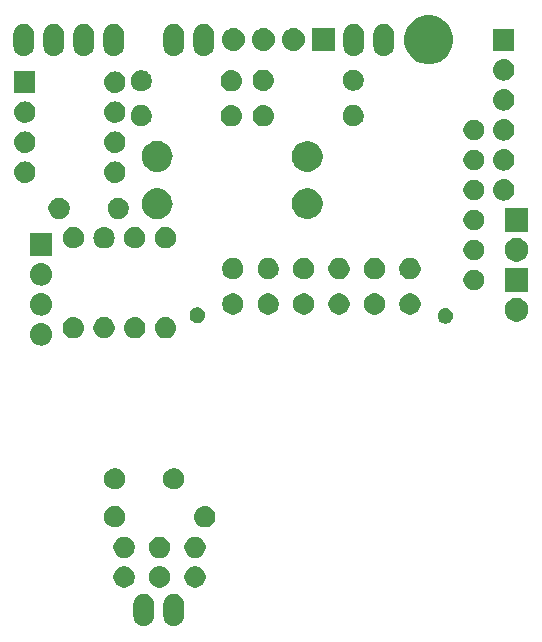
<source format=gbs>
G04 #@! TF.GenerationSoftware,KiCad,Pcbnew,(5.1.0)-1*
G04 #@! TF.CreationDate,2019-05-05T09:38:05-04:00*
G04 #@! TF.ProjectId,NO2C,4e4f3243-2e6b-4696-9361-645f70636258,v0.1.1*
G04 #@! TF.SameCoordinates,Original*
G04 #@! TF.FileFunction,Soldermask,Bot*
G04 #@! TF.FilePolarity,Negative*
%FSLAX46Y46*%
G04 Gerber Fmt 4.6, Leading zero omitted, Abs format (unit mm)*
G04 Created by KiCad (PCBNEW (5.1.0)-1) date 2019-05-05 09:38:05*
%MOMM*%
%LPD*%
G04 APERTURE LIST*
%ADD10C,0.100000*%
G04 APERTURE END LIST*
D10*
G36*
X157830390Y-113534495D02*
G01*
X157830393Y-113534496D01*
X157830394Y-113534496D01*
X157868563Y-113546075D01*
X157993182Y-113583877D01*
X158045793Y-113611998D01*
X158143211Y-113664069D01*
X158274712Y-113771988D01*
X158382631Y-113903488D01*
X158422727Y-113978502D01*
X158462823Y-114053517D01*
X158512205Y-114216309D01*
X158524700Y-114343174D01*
X158524700Y-115444026D01*
X158512205Y-115570891D01*
X158462823Y-115733683D01*
X158462822Y-115733684D01*
X158382631Y-115883712D01*
X158274712Y-116015212D01*
X158143212Y-116123131D01*
X158068198Y-116163227D01*
X157993183Y-116203323D01*
X157868564Y-116241125D01*
X157830395Y-116252704D01*
X157830394Y-116252704D01*
X157830391Y-116252705D01*
X157661100Y-116269379D01*
X157491810Y-116252705D01*
X157491807Y-116252704D01*
X157491806Y-116252704D01*
X157453637Y-116241125D01*
X157329018Y-116203323D01*
X157254003Y-116163227D01*
X157178989Y-116123131D01*
X157047489Y-116015212D01*
X156939570Y-115883712D01*
X156859379Y-115733684D01*
X156859378Y-115733683D01*
X156809996Y-115570891D01*
X156797501Y-115444025D01*
X156797500Y-114343175D01*
X156809995Y-114216310D01*
X156809997Y-114216305D01*
X156821575Y-114178137D01*
X156859377Y-114053518D01*
X156887498Y-114000907D01*
X156939569Y-113903489D01*
X157047488Y-113771988D01*
X157178988Y-113664069D01*
X157254002Y-113623973D01*
X157329017Y-113583877D01*
X157453636Y-113546075D01*
X157491805Y-113534496D01*
X157491806Y-113534496D01*
X157491809Y-113534495D01*
X157661100Y-113517821D01*
X157830390Y-113534495D01*
X157830390Y-113534495D01*
G37*
G36*
X160370390Y-113534495D02*
G01*
X160370393Y-113534496D01*
X160370394Y-113534496D01*
X160408563Y-113546075D01*
X160533182Y-113583877D01*
X160585793Y-113611998D01*
X160683211Y-113664069D01*
X160814712Y-113771988D01*
X160922631Y-113903488D01*
X160962727Y-113978502D01*
X161002823Y-114053517D01*
X161052205Y-114216309D01*
X161064700Y-114343174D01*
X161064700Y-115444026D01*
X161052205Y-115570891D01*
X161002823Y-115733683D01*
X161002822Y-115733684D01*
X160922631Y-115883712D01*
X160814712Y-116015212D01*
X160683212Y-116123131D01*
X160608198Y-116163227D01*
X160533183Y-116203323D01*
X160408564Y-116241125D01*
X160370395Y-116252704D01*
X160370394Y-116252704D01*
X160370391Y-116252705D01*
X160201100Y-116269379D01*
X160031810Y-116252705D01*
X160031807Y-116252704D01*
X160031806Y-116252704D01*
X159993637Y-116241125D01*
X159869018Y-116203323D01*
X159794003Y-116163227D01*
X159718989Y-116123131D01*
X159587489Y-116015212D01*
X159479570Y-115883712D01*
X159399379Y-115733684D01*
X159399378Y-115733683D01*
X159349996Y-115570891D01*
X159337501Y-115444025D01*
X159337500Y-114343175D01*
X159349995Y-114216310D01*
X159349997Y-114216305D01*
X159361575Y-114178137D01*
X159399377Y-114053518D01*
X159427498Y-114000907D01*
X159479569Y-113903489D01*
X159587488Y-113771988D01*
X159718988Y-113664069D01*
X159794002Y-113623973D01*
X159869017Y-113583877D01*
X159993636Y-113546075D01*
X160031805Y-113534496D01*
X160031806Y-113534496D01*
X160031809Y-113534495D01*
X160201100Y-113517821D01*
X160370390Y-113534495D01*
X160370390Y-113534495D01*
G37*
G36*
X159262987Y-111233048D02*
G01*
X159427065Y-111301011D01*
X159574740Y-111399685D01*
X159700315Y-111525260D01*
X159798989Y-111672935D01*
X159866952Y-111837013D01*
X159901600Y-112011200D01*
X159901600Y-112188800D01*
X159866952Y-112362987D01*
X159798989Y-112527065D01*
X159700315Y-112674740D01*
X159574740Y-112800315D01*
X159427065Y-112898989D01*
X159262987Y-112966952D01*
X159088800Y-113001600D01*
X158911200Y-113001600D01*
X158737013Y-112966952D01*
X158572935Y-112898989D01*
X158425260Y-112800315D01*
X158299685Y-112674740D01*
X158201011Y-112527065D01*
X158133048Y-112362987D01*
X158098400Y-112188800D01*
X158098400Y-112011200D01*
X158133048Y-111837013D01*
X158201011Y-111672935D01*
X158299685Y-111525260D01*
X158425260Y-111399685D01*
X158572935Y-111301011D01*
X158737013Y-111233048D01*
X158911200Y-111198400D01*
X159088800Y-111198400D01*
X159262987Y-111233048D01*
X159262987Y-111233048D01*
G37*
G36*
X162262987Y-111233048D02*
G01*
X162427065Y-111301011D01*
X162574740Y-111399685D01*
X162700315Y-111525260D01*
X162798989Y-111672935D01*
X162866952Y-111837013D01*
X162901600Y-112011200D01*
X162901600Y-112188800D01*
X162866952Y-112362987D01*
X162798989Y-112527065D01*
X162700315Y-112674740D01*
X162574740Y-112800315D01*
X162427065Y-112898989D01*
X162262987Y-112966952D01*
X162088800Y-113001600D01*
X161911200Y-113001600D01*
X161737013Y-112966952D01*
X161572935Y-112898989D01*
X161425260Y-112800315D01*
X161299685Y-112674740D01*
X161201011Y-112527065D01*
X161133048Y-112362987D01*
X161098400Y-112188800D01*
X161098400Y-112011200D01*
X161133048Y-111837013D01*
X161201011Y-111672935D01*
X161299685Y-111525260D01*
X161425260Y-111399685D01*
X161572935Y-111301011D01*
X161737013Y-111233048D01*
X161911200Y-111198400D01*
X162088800Y-111198400D01*
X162262987Y-111233048D01*
X162262987Y-111233048D01*
G37*
G36*
X156262987Y-111233048D02*
G01*
X156427065Y-111301011D01*
X156574740Y-111399685D01*
X156700315Y-111525260D01*
X156798989Y-111672935D01*
X156866952Y-111837013D01*
X156901600Y-112011200D01*
X156901600Y-112188800D01*
X156866952Y-112362987D01*
X156798989Y-112527065D01*
X156700315Y-112674740D01*
X156574740Y-112800315D01*
X156427065Y-112898989D01*
X156262987Y-112966952D01*
X156088800Y-113001600D01*
X155911200Y-113001600D01*
X155737013Y-112966952D01*
X155572935Y-112898989D01*
X155425260Y-112800315D01*
X155299685Y-112674740D01*
X155201011Y-112527065D01*
X155133048Y-112362987D01*
X155098400Y-112188800D01*
X155098400Y-112011200D01*
X155133048Y-111837013D01*
X155201011Y-111672935D01*
X155299685Y-111525260D01*
X155425260Y-111399685D01*
X155572935Y-111301011D01*
X155737013Y-111233048D01*
X155911200Y-111198400D01*
X156088800Y-111198400D01*
X156262987Y-111233048D01*
X156262987Y-111233048D01*
G37*
G36*
X156262987Y-108733048D02*
G01*
X156427065Y-108801011D01*
X156574740Y-108899685D01*
X156700315Y-109025260D01*
X156798989Y-109172935D01*
X156866952Y-109337013D01*
X156901600Y-109511200D01*
X156901600Y-109688800D01*
X156866952Y-109862987D01*
X156798989Y-110027065D01*
X156700315Y-110174740D01*
X156574740Y-110300315D01*
X156427065Y-110398989D01*
X156262987Y-110466952D01*
X156088800Y-110501600D01*
X155911200Y-110501600D01*
X155737013Y-110466952D01*
X155572935Y-110398989D01*
X155425260Y-110300315D01*
X155299685Y-110174740D01*
X155201011Y-110027065D01*
X155133048Y-109862987D01*
X155098400Y-109688800D01*
X155098400Y-109511200D01*
X155133048Y-109337013D01*
X155201011Y-109172935D01*
X155299685Y-109025260D01*
X155425260Y-108899685D01*
X155572935Y-108801011D01*
X155737013Y-108733048D01*
X155911200Y-108698400D01*
X156088800Y-108698400D01*
X156262987Y-108733048D01*
X156262987Y-108733048D01*
G37*
G36*
X162262987Y-108733048D02*
G01*
X162427065Y-108801011D01*
X162574740Y-108899685D01*
X162700315Y-109025260D01*
X162798989Y-109172935D01*
X162866952Y-109337013D01*
X162901600Y-109511200D01*
X162901600Y-109688800D01*
X162866952Y-109862987D01*
X162798989Y-110027065D01*
X162700315Y-110174740D01*
X162574740Y-110300315D01*
X162427065Y-110398989D01*
X162262987Y-110466952D01*
X162088800Y-110501600D01*
X161911200Y-110501600D01*
X161737013Y-110466952D01*
X161572935Y-110398989D01*
X161425260Y-110300315D01*
X161299685Y-110174740D01*
X161201011Y-110027065D01*
X161133048Y-109862987D01*
X161098400Y-109688800D01*
X161098400Y-109511200D01*
X161133048Y-109337013D01*
X161201011Y-109172935D01*
X161299685Y-109025260D01*
X161425260Y-108899685D01*
X161572935Y-108801011D01*
X161737013Y-108733048D01*
X161911200Y-108698400D01*
X162088800Y-108698400D01*
X162262987Y-108733048D01*
X162262987Y-108733048D01*
G37*
G36*
X159262987Y-108733048D02*
G01*
X159427065Y-108801011D01*
X159574740Y-108899685D01*
X159700315Y-109025260D01*
X159798989Y-109172935D01*
X159866952Y-109337013D01*
X159901600Y-109511200D01*
X159901600Y-109688800D01*
X159866952Y-109862987D01*
X159798989Y-110027065D01*
X159700315Y-110174740D01*
X159574740Y-110300315D01*
X159427065Y-110398989D01*
X159262987Y-110466952D01*
X159088800Y-110501600D01*
X158911200Y-110501600D01*
X158737013Y-110466952D01*
X158572935Y-110398989D01*
X158425260Y-110300315D01*
X158299685Y-110174740D01*
X158201011Y-110027065D01*
X158133048Y-109862987D01*
X158098400Y-109688800D01*
X158098400Y-109511200D01*
X158133048Y-109337013D01*
X158201011Y-109172935D01*
X158299685Y-109025260D01*
X158425260Y-108899685D01*
X158572935Y-108801011D01*
X158737013Y-108733048D01*
X158911200Y-108698400D01*
X159088800Y-108698400D01*
X159262987Y-108733048D01*
X159262987Y-108733048D01*
G37*
G36*
X162996741Y-106111445D02*
G01*
X162996744Y-106111446D01*
X163166697Y-106163000D01*
X163323326Y-106246720D01*
X163460612Y-106359388D01*
X163573280Y-106496674D01*
X163657000Y-106653303D01*
X163682393Y-106737013D01*
X163708555Y-106823259D01*
X163725963Y-107000000D01*
X163708555Y-107176741D01*
X163708554Y-107176744D01*
X163657000Y-107346697D01*
X163573280Y-107503326D01*
X163460612Y-107640612D01*
X163323326Y-107753280D01*
X163166697Y-107837000D01*
X163016180Y-107882658D01*
X162996741Y-107888555D01*
X162864293Y-107901600D01*
X162775707Y-107901600D01*
X162643259Y-107888555D01*
X162623820Y-107882658D01*
X162473303Y-107837000D01*
X162316674Y-107753280D01*
X162179388Y-107640612D01*
X162066720Y-107503326D01*
X161983000Y-107346697D01*
X161931446Y-107176744D01*
X161931445Y-107176741D01*
X161914037Y-107000000D01*
X161931445Y-106823259D01*
X161957607Y-106737013D01*
X161983000Y-106653303D01*
X162066720Y-106496674D01*
X162179388Y-106359388D01*
X162316674Y-106246720D01*
X162473303Y-106163000D01*
X162643256Y-106111446D01*
X162643259Y-106111445D01*
X162775707Y-106098400D01*
X162864293Y-106098400D01*
X162996741Y-106111445D01*
X162996741Y-106111445D01*
G37*
G36*
X155462987Y-106133048D02*
G01*
X155627065Y-106201011D01*
X155774740Y-106299685D01*
X155900315Y-106425260D01*
X155998989Y-106572935D01*
X156066952Y-106737013D01*
X156101600Y-106911200D01*
X156101600Y-107088800D01*
X156066952Y-107262987D01*
X155998989Y-107427065D01*
X155900315Y-107574740D01*
X155774740Y-107700315D01*
X155627065Y-107798989D01*
X155462987Y-107866952D01*
X155288800Y-107901600D01*
X155111200Y-107901600D01*
X154937013Y-107866952D01*
X154772935Y-107798989D01*
X154625260Y-107700315D01*
X154499685Y-107574740D01*
X154401011Y-107427065D01*
X154333048Y-107262987D01*
X154298400Y-107088800D01*
X154298400Y-106911200D01*
X154333048Y-106737013D01*
X154401011Y-106572935D01*
X154499685Y-106425260D01*
X154625260Y-106299685D01*
X154772935Y-106201011D01*
X154937013Y-106133048D01*
X155111200Y-106098400D01*
X155288800Y-106098400D01*
X155462987Y-106133048D01*
X155462987Y-106133048D01*
G37*
G36*
X155462987Y-102933048D02*
G01*
X155627065Y-103001011D01*
X155774740Y-103099685D01*
X155900315Y-103225260D01*
X155998989Y-103372935D01*
X156066952Y-103537013D01*
X156101600Y-103711200D01*
X156101600Y-103888800D01*
X156066952Y-104062987D01*
X155998989Y-104227065D01*
X155900315Y-104374740D01*
X155774740Y-104500315D01*
X155627065Y-104598989D01*
X155462987Y-104666952D01*
X155288800Y-104701600D01*
X155111200Y-104701600D01*
X154937013Y-104666952D01*
X154772935Y-104598989D01*
X154625260Y-104500315D01*
X154499685Y-104374740D01*
X154401011Y-104227065D01*
X154333048Y-104062987D01*
X154298400Y-103888800D01*
X154298400Y-103711200D01*
X154333048Y-103537013D01*
X154401011Y-103372935D01*
X154499685Y-103225260D01*
X154625260Y-103099685D01*
X154772935Y-103001011D01*
X154937013Y-102933048D01*
X155111200Y-102898400D01*
X155288800Y-102898400D01*
X155462987Y-102933048D01*
X155462987Y-102933048D01*
G37*
G36*
X160462987Y-102933048D02*
G01*
X160627065Y-103001011D01*
X160774740Y-103099685D01*
X160900315Y-103225260D01*
X160998989Y-103372935D01*
X161066952Y-103537013D01*
X161101600Y-103711200D01*
X161101600Y-103888800D01*
X161066952Y-104062987D01*
X160998989Y-104227065D01*
X160900315Y-104374740D01*
X160774740Y-104500315D01*
X160627065Y-104598989D01*
X160462987Y-104666952D01*
X160288800Y-104701600D01*
X160111200Y-104701600D01*
X159937013Y-104666952D01*
X159772935Y-104598989D01*
X159625260Y-104500315D01*
X159499685Y-104374740D01*
X159401011Y-104227065D01*
X159333048Y-104062987D01*
X159298400Y-103888800D01*
X159298400Y-103711200D01*
X159333048Y-103537013D01*
X159401011Y-103372935D01*
X159499685Y-103225260D01*
X159625260Y-103099685D01*
X159772935Y-103001011D01*
X159937013Y-102933048D01*
X160111200Y-102898400D01*
X160288800Y-102898400D01*
X160462987Y-102933048D01*
X160462987Y-102933048D01*
G37*
G36*
X149157543Y-90629168D02*
G01*
X149336923Y-90683582D01*
X149461461Y-90750149D01*
X149502238Y-90771945D01*
X149502239Y-90771946D01*
X149502243Y-90771948D01*
X149647139Y-90890861D01*
X149766052Y-91035757D01*
X149854418Y-91201077D01*
X149908832Y-91380457D01*
X149927205Y-91567000D01*
X149908832Y-91753543D01*
X149854418Y-91932923D01*
X149766052Y-92098243D01*
X149647139Y-92243139D01*
X149502243Y-92362052D01*
X149502239Y-92362054D01*
X149502238Y-92362055D01*
X149461461Y-92383851D01*
X149336923Y-92450418D01*
X149157543Y-92504832D01*
X149017752Y-92518600D01*
X148924248Y-92518600D01*
X148784457Y-92504832D01*
X148605077Y-92450418D01*
X148480539Y-92383851D01*
X148439762Y-92362055D01*
X148439761Y-92362054D01*
X148439757Y-92362052D01*
X148294861Y-92243139D01*
X148175948Y-92098243D01*
X148087582Y-91932923D01*
X148033168Y-91753543D01*
X148014795Y-91567000D01*
X148033168Y-91380457D01*
X148087582Y-91201077D01*
X148175948Y-91035757D01*
X148294861Y-90890861D01*
X148439757Y-90771948D01*
X148439761Y-90771946D01*
X148439762Y-90771945D01*
X148480539Y-90750149D01*
X148605077Y-90683582D01*
X148784457Y-90629168D01*
X148924248Y-90615400D01*
X149017752Y-90615400D01*
X149157543Y-90629168D01*
X149157543Y-90629168D01*
G37*
G36*
X157076741Y-90111445D02*
G01*
X157076744Y-90111446D01*
X157246697Y-90163000D01*
X157403326Y-90246720D01*
X157540612Y-90359388D01*
X157653280Y-90496674D01*
X157737000Y-90653303D01*
X157746185Y-90683583D01*
X157788555Y-90823259D01*
X157805963Y-91000000D01*
X157788555Y-91176741D01*
X157788554Y-91176744D01*
X157737000Y-91346697D01*
X157653280Y-91503326D01*
X157540612Y-91640612D01*
X157403326Y-91753280D01*
X157246697Y-91837000D01*
X157096180Y-91882658D01*
X157076741Y-91888555D01*
X156944293Y-91901600D01*
X156855707Y-91901600D01*
X156723259Y-91888555D01*
X156703820Y-91882658D01*
X156553303Y-91837000D01*
X156396674Y-91753280D01*
X156259388Y-91640612D01*
X156146720Y-91503326D01*
X156063000Y-91346697D01*
X156011446Y-91176744D01*
X156011445Y-91176741D01*
X155994037Y-91000000D01*
X156011445Y-90823259D01*
X156053815Y-90683583D01*
X156063000Y-90653303D01*
X156146720Y-90496674D01*
X156259388Y-90359388D01*
X156396674Y-90246720D01*
X156553303Y-90163000D01*
X156723256Y-90111446D01*
X156723259Y-90111445D01*
X156855707Y-90098400D01*
X156944293Y-90098400D01*
X157076741Y-90111445D01*
X157076741Y-90111445D01*
G37*
G36*
X151876741Y-90111445D02*
G01*
X151876744Y-90111446D01*
X152046697Y-90163000D01*
X152203326Y-90246720D01*
X152340612Y-90359388D01*
X152453280Y-90496674D01*
X152537000Y-90653303D01*
X152546185Y-90683583D01*
X152588555Y-90823259D01*
X152605963Y-91000000D01*
X152588555Y-91176741D01*
X152588554Y-91176744D01*
X152537000Y-91346697D01*
X152453280Y-91503326D01*
X152340612Y-91640612D01*
X152203326Y-91753280D01*
X152046697Y-91837000D01*
X151896180Y-91882658D01*
X151876741Y-91888555D01*
X151744293Y-91901600D01*
X151655707Y-91901600D01*
X151523259Y-91888555D01*
X151503820Y-91882658D01*
X151353303Y-91837000D01*
X151196674Y-91753280D01*
X151059388Y-91640612D01*
X150946720Y-91503326D01*
X150863000Y-91346697D01*
X150811446Y-91176744D01*
X150811445Y-91176741D01*
X150794037Y-91000000D01*
X150811445Y-90823259D01*
X150853815Y-90683583D01*
X150863000Y-90653303D01*
X150946720Y-90496674D01*
X151059388Y-90359388D01*
X151196674Y-90246720D01*
X151353303Y-90163000D01*
X151523256Y-90111446D01*
X151523259Y-90111445D01*
X151655707Y-90098400D01*
X151744293Y-90098400D01*
X151876741Y-90111445D01*
X151876741Y-90111445D01*
G37*
G36*
X154562987Y-90133048D02*
G01*
X154727065Y-90201011D01*
X154727068Y-90201013D01*
X154798359Y-90248648D01*
X154874740Y-90299685D01*
X155000315Y-90425260D01*
X155098989Y-90572935D01*
X155166952Y-90737013D01*
X155201600Y-90911200D01*
X155201600Y-91088800D01*
X155166952Y-91262987D01*
X155098989Y-91427065D01*
X155000315Y-91574740D01*
X154874740Y-91700315D01*
X154727065Y-91798989D01*
X154562987Y-91866952D01*
X154388800Y-91901600D01*
X154211200Y-91901600D01*
X154037013Y-91866952D01*
X153872935Y-91798989D01*
X153725260Y-91700315D01*
X153599685Y-91574740D01*
X153501011Y-91427065D01*
X153433048Y-91262987D01*
X153398400Y-91088800D01*
X153398400Y-90911200D01*
X153433048Y-90737013D01*
X153501011Y-90572935D01*
X153599685Y-90425260D01*
X153725260Y-90299685D01*
X153801642Y-90248648D01*
X153872932Y-90201013D01*
X153872935Y-90201011D01*
X154037013Y-90133048D01*
X154211200Y-90098400D01*
X154388800Y-90098400D01*
X154562987Y-90133048D01*
X154562987Y-90133048D01*
G37*
G36*
X159676741Y-90111445D02*
G01*
X159676744Y-90111446D01*
X159846697Y-90163000D01*
X160003326Y-90246720D01*
X160140612Y-90359388D01*
X160253280Y-90496674D01*
X160337000Y-90653303D01*
X160346185Y-90683583D01*
X160388555Y-90823259D01*
X160405963Y-91000000D01*
X160388555Y-91176741D01*
X160388554Y-91176744D01*
X160337000Y-91346697D01*
X160253280Y-91503326D01*
X160140612Y-91640612D01*
X160003326Y-91753280D01*
X159846697Y-91837000D01*
X159696180Y-91882658D01*
X159676741Y-91888555D01*
X159544293Y-91901600D01*
X159455707Y-91901600D01*
X159323259Y-91888555D01*
X159303820Y-91882658D01*
X159153303Y-91837000D01*
X158996674Y-91753280D01*
X158859388Y-91640612D01*
X158746720Y-91503326D01*
X158663000Y-91346697D01*
X158611446Y-91176744D01*
X158611445Y-91176741D01*
X158594037Y-91000000D01*
X158611445Y-90823259D01*
X158653815Y-90683583D01*
X158663000Y-90653303D01*
X158746720Y-90496674D01*
X158859388Y-90359388D01*
X158996674Y-90246720D01*
X159153303Y-90163000D01*
X159323256Y-90111446D01*
X159323259Y-90111445D01*
X159455707Y-90098400D01*
X159544293Y-90098400D01*
X159676741Y-90111445D01*
X159676741Y-90111445D01*
G37*
G36*
X183390065Y-89373440D02*
G01*
X183508649Y-89422559D01*
X183615373Y-89493870D01*
X183706130Y-89584627D01*
X183777441Y-89691351D01*
X183826560Y-89809935D01*
X183851600Y-89935823D01*
X183851600Y-90064177D01*
X183826560Y-90190065D01*
X183777441Y-90308649D01*
X183706130Y-90415373D01*
X183615373Y-90506130D01*
X183508649Y-90577441D01*
X183390065Y-90626560D01*
X183264177Y-90651600D01*
X183135823Y-90651600D01*
X183009935Y-90626560D01*
X182891351Y-90577441D01*
X182784627Y-90506130D01*
X182693870Y-90415373D01*
X182622559Y-90308649D01*
X182573440Y-90190065D01*
X182548400Y-90064177D01*
X182548400Y-89935823D01*
X182573440Y-89809935D01*
X182622559Y-89691351D01*
X182693870Y-89584627D01*
X182784627Y-89493870D01*
X182891351Y-89422559D01*
X183009935Y-89373440D01*
X183135823Y-89348400D01*
X183264177Y-89348400D01*
X183390065Y-89373440D01*
X183390065Y-89373440D01*
G37*
G36*
X162390065Y-89313440D02*
G01*
X162508649Y-89362559D01*
X162615373Y-89433870D01*
X162706130Y-89524627D01*
X162777441Y-89631351D01*
X162826560Y-89749935D01*
X162851600Y-89875823D01*
X162851600Y-90004177D01*
X162826560Y-90130065D01*
X162777441Y-90248649D01*
X162706130Y-90355373D01*
X162615373Y-90446130D01*
X162508649Y-90517441D01*
X162390065Y-90566560D01*
X162264177Y-90591600D01*
X162135823Y-90591600D01*
X162009935Y-90566560D01*
X161891351Y-90517441D01*
X161784627Y-90446130D01*
X161693870Y-90355373D01*
X161622559Y-90248649D01*
X161573440Y-90130065D01*
X161548400Y-90004177D01*
X161548400Y-89875823D01*
X161573440Y-89749935D01*
X161622559Y-89631351D01*
X161693870Y-89524627D01*
X161784627Y-89433870D01*
X161891351Y-89362559D01*
X162009935Y-89313440D01*
X162135823Y-89288400D01*
X162264177Y-89288400D01*
X162390065Y-89313440D01*
X162390065Y-89313440D01*
G37*
G36*
X189522156Y-88530491D02*
G01*
X189704436Y-88605993D01*
X189868484Y-88715607D01*
X190007993Y-88855116D01*
X190117607Y-89019164D01*
X190193109Y-89201444D01*
X190231600Y-89394951D01*
X190231600Y-89592249D01*
X190193109Y-89785756D01*
X190117607Y-89968036D01*
X190007993Y-90132084D01*
X189868484Y-90271593D01*
X189704436Y-90381207D01*
X189522156Y-90456709D01*
X189328649Y-90495200D01*
X189131351Y-90495200D01*
X188937844Y-90456709D01*
X188755564Y-90381207D01*
X188591516Y-90271593D01*
X188452007Y-90132084D01*
X188342393Y-89968036D01*
X188266891Y-89785756D01*
X188228400Y-89592249D01*
X188228400Y-89394951D01*
X188266891Y-89201444D01*
X188342393Y-89019164D01*
X188452007Y-88855116D01*
X188591516Y-88715607D01*
X188755564Y-88605993D01*
X188937844Y-88530491D01*
X189131351Y-88492000D01*
X189328649Y-88492000D01*
X189522156Y-88530491D01*
X189522156Y-88530491D01*
G37*
G36*
X149157543Y-88089168D02*
G01*
X149336923Y-88143582D01*
X149444364Y-88201011D01*
X149502238Y-88231945D01*
X149502239Y-88231946D01*
X149502243Y-88231948D01*
X149647139Y-88350861D01*
X149766052Y-88495757D01*
X149854418Y-88661077D01*
X149908832Y-88840457D01*
X149927205Y-89027000D01*
X149908832Y-89213543D01*
X149854418Y-89392923D01*
X149766052Y-89558243D01*
X149647139Y-89703139D01*
X149502243Y-89822052D01*
X149502239Y-89822054D01*
X149502238Y-89822055D01*
X149461461Y-89843851D01*
X149336923Y-89910418D01*
X149157543Y-89964832D01*
X149017752Y-89978600D01*
X148924248Y-89978600D01*
X148784457Y-89964832D01*
X148605077Y-89910418D01*
X148480539Y-89843851D01*
X148439762Y-89822055D01*
X148439761Y-89822054D01*
X148439757Y-89822052D01*
X148294861Y-89703139D01*
X148175948Y-89558243D01*
X148087582Y-89392923D01*
X148033168Y-89213543D01*
X148014795Y-89027000D01*
X148033168Y-88840457D01*
X148087582Y-88661077D01*
X148175948Y-88495757D01*
X148294861Y-88350861D01*
X148439757Y-88231948D01*
X148439761Y-88231946D01*
X148439762Y-88231945D01*
X148497636Y-88201011D01*
X148605077Y-88143582D01*
X148784457Y-88089168D01*
X148924248Y-88075400D01*
X149017752Y-88075400D01*
X149157543Y-88089168D01*
X149157543Y-88089168D01*
G37*
G36*
X171462987Y-88133048D02*
G01*
X171627065Y-88201011D01*
X171774740Y-88299685D01*
X171900315Y-88425260D01*
X171998989Y-88572935D01*
X172066952Y-88737013D01*
X172101600Y-88911200D01*
X172101600Y-89088800D01*
X172066952Y-89262987D01*
X171998989Y-89427065D01*
X171998987Y-89427068D01*
X171911342Y-89558238D01*
X171900315Y-89574740D01*
X171774740Y-89700315D01*
X171774737Y-89700317D01*
X171774736Y-89700318D01*
X171627068Y-89798987D01*
X171627065Y-89798989D01*
X171462987Y-89866952D01*
X171288800Y-89901600D01*
X171111200Y-89901600D01*
X170937013Y-89866952D01*
X170772935Y-89798989D01*
X170772932Y-89798987D01*
X170625264Y-89700318D01*
X170625263Y-89700317D01*
X170625260Y-89700315D01*
X170499685Y-89574740D01*
X170488659Y-89558238D01*
X170401013Y-89427068D01*
X170401011Y-89427065D01*
X170333048Y-89262987D01*
X170298400Y-89088800D01*
X170298400Y-88911200D01*
X170333048Y-88737013D01*
X170401011Y-88572935D01*
X170499685Y-88425260D01*
X170625260Y-88299685D01*
X170772935Y-88201011D01*
X170937013Y-88133048D01*
X171111200Y-88098400D01*
X171288800Y-88098400D01*
X171462987Y-88133048D01*
X171462987Y-88133048D01*
G37*
G36*
X165462987Y-88133048D02*
G01*
X165627065Y-88201011D01*
X165774740Y-88299685D01*
X165900315Y-88425260D01*
X165998989Y-88572935D01*
X166066952Y-88737013D01*
X166101600Y-88911200D01*
X166101600Y-89088800D01*
X166066952Y-89262987D01*
X165998989Y-89427065D01*
X165998987Y-89427068D01*
X165911342Y-89558238D01*
X165900315Y-89574740D01*
X165774740Y-89700315D01*
X165774737Y-89700317D01*
X165774736Y-89700318D01*
X165627068Y-89798987D01*
X165627065Y-89798989D01*
X165462987Y-89866952D01*
X165288800Y-89901600D01*
X165111200Y-89901600D01*
X164937013Y-89866952D01*
X164772935Y-89798989D01*
X164772932Y-89798987D01*
X164625264Y-89700318D01*
X164625263Y-89700317D01*
X164625260Y-89700315D01*
X164499685Y-89574740D01*
X164488659Y-89558238D01*
X164401013Y-89427068D01*
X164401011Y-89427065D01*
X164333048Y-89262987D01*
X164298400Y-89088800D01*
X164298400Y-88911200D01*
X164333048Y-88737013D01*
X164401011Y-88572935D01*
X164499685Y-88425260D01*
X164625260Y-88299685D01*
X164772935Y-88201011D01*
X164937013Y-88133048D01*
X165111200Y-88098400D01*
X165288800Y-88098400D01*
X165462987Y-88133048D01*
X165462987Y-88133048D01*
G37*
G36*
X174462987Y-88133048D02*
G01*
X174627065Y-88201011D01*
X174774740Y-88299685D01*
X174900315Y-88425260D01*
X174998989Y-88572935D01*
X175066952Y-88737013D01*
X175101600Y-88911200D01*
X175101600Y-89088800D01*
X175066952Y-89262987D01*
X174998989Y-89427065D01*
X174998987Y-89427068D01*
X174911342Y-89558238D01*
X174900315Y-89574740D01*
X174774740Y-89700315D01*
X174774737Y-89700317D01*
X174774736Y-89700318D01*
X174627068Y-89798987D01*
X174627065Y-89798989D01*
X174462987Y-89866952D01*
X174288800Y-89901600D01*
X174111200Y-89901600D01*
X173937013Y-89866952D01*
X173772935Y-89798989D01*
X173772932Y-89798987D01*
X173625264Y-89700318D01*
X173625263Y-89700317D01*
X173625260Y-89700315D01*
X173499685Y-89574740D01*
X173488659Y-89558238D01*
X173401013Y-89427068D01*
X173401011Y-89427065D01*
X173333048Y-89262987D01*
X173298400Y-89088800D01*
X173298400Y-88911200D01*
X173333048Y-88737013D01*
X173401011Y-88572935D01*
X173499685Y-88425260D01*
X173625260Y-88299685D01*
X173772935Y-88201011D01*
X173937013Y-88133048D01*
X174111200Y-88098400D01*
X174288800Y-88098400D01*
X174462987Y-88133048D01*
X174462987Y-88133048D01*
G37*
G36*
X177462987Y-88133048D02*
G01*
X177627065Y-88201011D01*
X177774740Y-88299685D01*
X177900315Y-88425260D01*
X177998989Y-88572935D01*
X178066952Y-88737013D01*
X178101600Y-88911200D01*
X178101600Y-89088800D01*
X178066952Y-89262987D01*
X177998989Y-89427065D01*
X177998987Y-89427068D01*
X177911342Y-89558238D01*
X177900315Y-89574740D01*
X177774740Y-89700315D01*
X177774737Y-89700317D01*
X177774736Y-89700318D01*
X177627068Y-89798987D01*
X177627065Y-89798989D01*
X177462987Y-89866952D01*
X177288800Y-89901600D01*
X177111200Y-89901600D01*
X176937013Y-89866952D01*
X176772935Y-89798989D01*
X176772932Y-89798987D01*
X176625264Y-89700318D01*
X176625263Y-89700317D01*
X176625260Y-89700315D01*
X176499685Y-89574740D01*
X176488659Y-89558238D01*
X176401013Y-89427068D01*
X176401011Y-89427065D01*
X176333048Y-89262987D01*
X176298400Y-89088800D01*
X176298400Y-88911200D01*
X176333048Y-88737013D01*
X176401011Y-88572935D01*
X176499685Y-88425260D01*
X176625260Y-88299685D01*
X176772935Y-88201011D01*
X176937013Y-88133048D01*
X177111200Y-88098400D01*
X177288800Y-88098400D01*
X177462987Y-88133048D01*
X177462987Y-88133048D01*
G37*
G36*
X180462987Y-88133048D02*
G01*
X180627065Y-88201011D01*
X180774740Y-88299685D01*
X180900315Y-88425260D01*
X180998989Y-88572935D01*
X181066952Y-88737013D01*
X181101600Y-88911200D01*
X181101600Y-89088800D01*
X181066952Y-89262987D01*
X180998989Y-89427065D01*
X180998987Y-89427068D01*
X180911342Y-89558238D01*
X180900315Y-89574740D01*
X180774740Y-89700315D01*
X180774737Y-89700317D01*
X180774736Y-89700318D01*
X180627068Y-89798987D01*
X180627065Y-89798989D01*
X180462987Y-89866952D01*
X180288800Y-89901600D01*
X180111200Y-89901600D01*
X179937013Y-89866952D01*
X179772935Y-89798989D01*
X179772932Y-89798987D01*
X179625264Y-89700318D01*
X179625263Y-89700317D01*
X179625260Y-89700315D01*
X179499685Y-89574740D01*
X179488659Y-89558238D01*
X179401013Y-89427068D01*
X179401011Y-89427065D01*
X179333048Y-89262987D01*
X179298400Y-89088800D01*
X179298400Y-88911200D01*
X179333048Y-88737013D01*
X179401011Y-88572935D01*
X179499685Y-88425260D01*
X179625260Y-88299685D01*
X179772935Y-88201011D01*
X179937013Y-88133048D01*
X180111200Y-88098400D01*
X180288800Y-88098400D01*
X180462987Y-88133048D01*
X180462987Y-88133048D01*
G37*
G36*
X168462987Y-88133048D02*
G01*
X168627065Y-88201011D01*
X168774740Y-88299685D01*
X168900315Y-88425260D01*
X168998989Y-88572935D01*
X169066952Y-88737013D01*
X169101600Y-88911200D01*
X169101600Y-89088800D01*
X169066952Y-89262987D01*
X168998989Y-89427065D01*
X168998987Y-89427068D01*
X168911342Y-89558238D01*
X168900315Y-89574740D01*
X168774740Y-89700315D01*
X168774737Y-89700317D01*
X168774736Y-89700318D01*
X168627068Y-89798987D01*
X168627065Y-89798989D01*
X168462987Y-89866952D01*
X168288800Y-89901600D01*
X168111200Y-89901600D01*
X167937013Y-89866952D01*
X167772935Y-89798989D01*
X167772932Y-89798987D01*
X167625264Y-89700318D01*
X167625263Y-89700317D01*
X167625260Y-89700315D01*
X167499685Y-89574740D01*
X167488659Y-89558238D01*
X167401013Y-89427068D01*
X167401011Y-89427065D01*
X167333048Y-89262987D01*
X167298400Y-89088800D01*
X167298400Y-88911200D01*
X167333048Y-88737013D01*
X167401011Y-88572935D01*
X167499685Y-88425260D01*
X167625260Y-88299685D01*
X167772935Y-88201011D01*
X167937013Y-88133048D01*
X168111200Y-88098400D01*
X168288800Y-88098400D01*
X168462987Y-88133048D01*
X168462987Y-88133048D01*
G37*
G36*
X190231600Y-87955200D02*
G01*
X188228400Y-87955200D01*
X188228400Y-85952000D01*
X190231600Y-85952000D01*
X190231600Y-87955200D01*
X190231600Y-87955200D01*
G37*
G36*
X185853003Y-86123187D02*
G01*
X186010168Y-86188287D01*
X186151613Y-86282798D01*
X186271902Y-86403087D01*
X186366413Y-86544532D01*
X186431513Y-86701697D01*
X186464700Y-86868543D01*
X186464700Y-87038657D01*
X186431513Y-87205503D01*
X186366413Y-87362668D01*
X186271902Y-87504113D01*
X186151613Y-87624402D01*
X186010168Y-87718913D01*
X185853003Y-87784013D01*
X185686157Y-87817200D01*
X185516043Y-87817200D01*
X185349197Y-87784013D01*
X185192032Y-87718913D01*
X185050587Y-87624402D01*
X184930298Y-87504113D01*
X184835787Y-87362668D01*
X184770687Y-87205503D01*
X184737500Y-87038657D01*
X184737500Y-86868543D01*
X184770687Y-86701697D01*
X184835787Y-86544532D01*
X184930298Y-86403087D01*
X185050587Y-86282798D01*
X185192032Y-86188287D01*
X185349197Y-86123187D01*
X185516043Y-86090000D01*
X185686157Y-86090000D01*
X185853003Y-86123187D01*
X185853003Y-86123187D01*
G37*
G36*
X149157543Y-85549168D02*
G01*
X149336923Y-85603582D01*
X149461461Y-85670149D01*
X149502238Y-85691945D01*
X149502239Y-85691946D01*
X149502243Y-85691948D01*
X149647139Y-85810861D01*
X149766052Y-85955757D01*
X149854418Y-86121077D01*
X149908832Y-86300457D01*
X149927205Y-86487000D01*
X149908832Y-86673543D01*
X149854418Y-86852923D01*
X149766052Y-87018243D01*
X149647139Y-87163139D01*
X149502243Y-87282052D01*
X149502239Y-87282054D01*
X149502238Y-87282055D01*
X149461461Y-87303851D01*
X149336923Y-87370418D01*
X149157543Y-87424832D01*
X149017752Y-87438600D01*
X148924248Y-87438600D01*
X148784457Y-87424832D01*
X148605077Y-87370418D01*
X148480539Y-87303851D01*
X148439762Y-87282055D01*
X148439761Y-87282054D01*
X148439757Y-87282052D01*
X148294861Y-87163139D01*
X148175948Y-87018243D01*
X148087582Y-86852923D01*
X148033168Y-86673543D01*
X148014795Y-86487000D01*
X148033168Y-86300457D01*
X148087582Y-86121077D01*
X148175948Y-85955757D01*
X148294861Y-85810861D01*
X148439757Y-85691948D01*
X148439761Y-85691946D01*
X148439762Y-85691945D01*
X148480539Y-85670149D01*
X148605077Y-85603582D01*
X148784457Y-85549168D01*
X148924248Y-85535400D01*
X149017752Y-85535400D01*
X149157543Y-85549168D01*
X149157543Y-85549168D01*
G37*
G36*
X177462987Y-85133048D02*
G01*
X177627065Y-85201011D01*
X177774740Y-85299685D01*
X177900315Y-85425260D01*
X177998989Y-85572935D01*
X178066952Y-85737013D01*
X178101600Y-85911200D01*
X178101600Y-86088800D01*
X178066952Y-86262987D01*
X177998989Y-86427065D01*
X177998987Y-86427068D01*
X177920500Y-86544532D01*
X177900315Y-86574740D01*
X177774740Y-86700315D01*
X177627065Y-86798989D01*
X177496856Y-86852923D01*
X177462987Y-86866952D01*
X177288800Y-86901600D01*
X177111200Y-86901600D01*
X176937013Y-86866952D01*
X176903144Y-86852923D01*
X176772935Y-86798989D01*
X176625260Y-86700315D01*
X176499685Y-86574740D01*
X176479501Y-86544532D01*
X176401013Y-86427068D01*
X176401011Y-86427065D01*
X176333048Y-86262987D01*
X176298400Y-86088800D01*
X176298400Y-85911200D01*
X176333048Y-85737013D01*
X176401011Y-85572935D01*
X176499685Y-85425260D01*
X176625260Y-85299685D01*
X176772935Y-85201011D01*
X176937013Y-85133048D01*
X177111200Y-85098400D01*
X177288800Y-85098400D01*
X177462987Y-85133048D01*
X177462987Y-85133048D01*
G37*
G36*
X174462987Y-85133048D02*
G01*
X174627065Y-85201011D01*
X174774740Y-85299685D01*
X174900315Y-85425260D01*
X174998989Y-85572935D01*
X175066952Y-85737013D01*
X175101600Y-85911200D01*
X175101600Y-86088800D01*
X175066952Y-86262987D01*
X174998989Y-86427065D01*
X174998987Y-86427068D01*
X174920500Y-86544532D01*
X174900315Y-86574740D01*
X174774740Y-86700315D01*
X174627065Y-86798989D01*
X174496856Y-86852923D01*
X174462987Y-86866952D01*
X174288800Y-86901600D01*
X174111200Y-86901600D01*
X173937013Y-86866952D01*
X173903144Y-86852923D01*
X173772935Y-86798989D01*
X173625260Y-86700315D01*
X173499685Y-86574740D01*
X173479501Y-86544532D01*
X173401013Y-86427068D01*
X173401011Y-86427065D01*
X173333048Y-86262987D01*
X173298400Y-86088800D01*
X173298400Y-85911200D01*
X173333048Y-85737013D01*
X173401011Y-85572935D01*
X173499685Y-85425260D01*
X173625260Y-85299685D01*
X173772935Y-85201011D01*
X173937013Y-85133048D01*
X174111200Y-85098400D01*
X174288800Y-85098400D01*
X174462987Y-85133048D01*
X174462987Y-85133048D01*
G37*
G36*
X165462987Y-85133048D02*
G01*
X165627065Y-85201011D01*
X165774740Y-85299685D01*
X165900315Y-85425260D01*
X165998989Y-85572935D01*
X166066952Y-85737013D01*
X166101600Y-85911200D01*
X166101600Y-86088800D01*
X166066952Y-86262987D01*
X165998989Y-86427065D01*
X165998987Y-86427068D01*
X165920500Y-86544532D01*
X165900315Y-86574740D01*
X165774740Y-86700315D01*
X165627065Y-86798989D01*
X165462987Y-86866952D01*
X165288800Y-86901600D01*
X165111200Y-86901600D01*
X164937013Y-86866952D01*
X164772935Y-86798989D01*
X164625260Y-86700315D01*
X164499685Y-86574740D01*
X164479501Y-86544532D01*
X164401013Y-86427068D01*
X164401011Y-86427065D01*
X164333048Y-86262987D01*
X164298400Y-86088800D01*
X164298400Y-85911200D01*
X164333048Y-85737013D01*
X164401011Y-85572935D01*
X164499685Y-85425260D01*
X164625260Y-85299685D01*
X164772935Y-85201011D01*
X164937013Y-85133048D01*
X165111200Y-85098400D01*
X165288800Y-85098400D01*
X165462987Y-85133048D01*
X165462987Y-85133048D01*
G37*
G36*
X168462987Y-85133048D02*
G01*
X168627065Y-85201011D01*
X168774740Y-85299685D01*
X168900315Y-85425260D01*
X168998989Y-85572935D01*
X169066952Y-85737013D01*
X169101600Y-85911200D01*
X169101600Y-86088800D01*
X169066952Y-86262987D01*
X168998989Y-86427065D01*
X168998987Y-86427068D01*
X168920500Y-86544532D01*
X168900315Y-86574740D01*
X168774740Y-86700315D01*
X168627065Y-86798989D01*
X168462987Y-86866952D01*
X168288800Y-86901600D01*
X168111200Y-86901600D01*
X167937013Y-86866952D01*
X167772935Y-86798989D01*
X167625260Y-86700315D01*
X167499685Y-86574740D01*
X167479501Y-86544532D01*
X167401013Y-86427068D01*
X167401011Y-86427065D01*
X167333048Y-86262987D01*
X167298400Y-86088800D01*
X167298400Y-85911200D01*
X167333048Y-85737013D01*
X167401011Y-85572935D01*
X167499685Y-85425260D01*
X167625260Y-85299685D01*
X167772935Y-85201011D01*
X167937013Y-85133048D01*
X168111200Y-85098400D01*
X168288800Y-85098400D01*
X168462987Y-85133048D01*
X168462987Y-85133048D01*
G37*
G36*
X171462987Y-85133048D02*
G01*
X171627065Y-85201011D01*
X171774740Y-85299685D01*
X171900315Y-85425260D01*
X171998989Y-85572935D01*
X172066952Y-85737013D01*
X172101600Y-85911200D01*
X172101600Y-86088800D01*
X172066952Y-86262987D01*
X171998989Y-86427065D01*
X171998987Y-86427068D01*
X171920500Y-86544532D01*
X171900315Y-86574740D01*
X171774740Y-86700315D01*
X171627065Y-86798989D01*
X171462987Y-86866952D01*
X171288800Y-86901600D01*
X171111200Y-86901600D01*
X170937013Y-86866952D01*
X170772935Y-86798989D01*
X170625260Y-86700315D01*
X170499685Y-86574740D01*
X170479501Y-86544532D01*
X170401013Y-86427068D01*
X170401011Y-86427065D01*
X170333048Y-86262987D01*
X170298400Y-86088800D01*
X170298400Y-85911200D01*
X170333048Y-85737013D01*
X170401011Y-85572935D01*
X170499685Y-85425260D01*
X170625260Y-85299685D01*
X170772935Y-85201011D01*
X170937013Y-85133048D01*
X171111200Y-85098400D01*
X171288800Y-85098400D01*
X171462987Y-85133048D01*
X171462987Y-85133048D01*
G37*
G36*
X180462987Y-85133048D02*
G01*
X180627065Y-85201011D01*
X180774740Y-85299685D01*
X180900315Y-85425260D01*
X180998989Y-85572935D01*
X181066952Y-85737013D01*
X181101600Y-85911200D01*
X181101600Y-86088800D01*
X181066952Y-86262987D01*
X180998989Y-86427065D01*
X180998987Y-86427068D01*
X180920500Y-86544532D01*
X180900315Y-86574740D01*
X180774740Y-86700315D01*
X180627065Y-86798989D01*
X180496856Y-86852923D01*
X180462987Y-86866952D01*
X180288800Y-86901600D01*
X180111200Y-86901600D01*
X179937013Y-86866952D01*
X179903144Y-86852923D01*
X179772935Y-86798989D01*
X179625260Y-86700315D01*
X179499685Y-86574740D01*
X179479501Y-86544532D01*
X179401013Y-86427068D01*
X179401011Y-86427065D01*
X179333048Y-86262987D01*
X179298400Y-86088800D01*
X179298400Y-85911200D01*
X179333048Y-85737013D01*
X179401011Y-85572935D01*
X179499685Y-85425260D01*
X179625260Y-85299685D01*
X179772935Y-85201011D01*
X179937013Y-85133048D01*
X180111200Y-85098400D01*
X180288800Y-85098400D01*
X180462987Y-85133048D01*
X180462987Y-85133048D01*
G37*
G36*
X189522156Y-83450491D02*
G01*
X189704436Y-83525993D01*
X189868484Y-83635607D01*
X190007993Y-83775116D01*
X190117607Y-83939164D01*
X190193109Y-84121444D01*
X190231600Y-84314951D01*
X190231600Y-84512249D01*
X190193109Y-84705756D01*
X190117607Y-84888036D01*
X190007993Y-85052084D01*
X189868484Y-85191593D01*
X189704436Y-85301207D01*
X189522156Y-85376709D01*
X189328649Y-85415200D01*
X189131351Y-85415200D01*
X188937844Y-85376709D01*
X188755564Y-85301207D01*
X188591516Y-85191593D01*
X188452007Y-85052084D01*
X188342393Y-84888036D01*
X188266891Y-84705756D01*
X188228400Y-84512249D01*
X188228400Y-84314951D01*
X188266891Y-84121444D01*
X188342393Y-83939164D01*
X188452007Y-83775116D01*
X188591516Y-83635607D01*
X188755564Y-83525993D01*
X188937844Y-83450491D01*
X189131351Y-83412000D01*
X189328649Y-83412000D01*
X189522156Y-83450491D01*
X189522156Y-83450491D01*
G37*
G36*
X185853003Y-83583187D02*
G01*
X186010168Y-83648287D01*
X186151613Y-83742798D01*
X186271902Y-83863087D01*
X186366413Y-84004532D01*
X186431513Y-84161697D01*
X186464700Y-84328543D01*
X186464700Y-84498657D01*
X186431513Y-84665503D01*
X186366413Y-84822668D01*
X186271902Y-84964113D01*
X186151613Y-85084402D01*
X186010168Y-85178913D01*
X185853003Y-85244013D01*
X185686157Y-85277200D01*
X185516043Y-85277200D01*
X185349197Y-85244013D01*
X185192032Y-85178913D01*
X185050587Y-85084402D01*
X184930298Y-84964113D01*
X184835787Y-84822668D01*
X184770687Y-84665503D01*
X184737500Y-84498657D01*
X184737500Y-84328543D01*
X184770687Y-84161697D01*
X184835787Y-84004532D01*
X184930298Y-83863087D01*
X185050587Y-83742798D01*
X185192032Y-83648287D01*
X185349197Y-83583187D01*
X185516043Y-83550000D01*
X185686157Y-83550000D01*
X185853003Y-83583187D01*
X185853003Y-83583187D01*
G37*
G36*
X149922600Y-84898600D02*
G01*
X148019400Y-84898600D01*
X148019400Y-82995400D01*
X149922600Y-82995400D01*
X149922600Y-84898600D01*
X149922600Y-84898600D01*
G37*
G36*
X151962987Y-82513048D02*
G01*
X152127065Y-82581011D01*
X152274740Y-82679685D01*
X152400315Y-82805260D01*
X152498989Y-82952935D01*
X152566952Y-83117013D01*
X152601600Y-83291200D01*
X152601600Y-83468800D01*
X152566952Y-83642987D01*
X152498989Y-83807065D01*
X152400315Y-83954740D01*
X152274740Y-84080315D01*
X152127065Y-84178989D01*
X151962987Y-84246952D01*
X151788800Y-84281600D01*
X151611200Y-84281600D01*
X151437013Y-84246952D01*
X151272935Y-84178989D01*
X151125260Y-84080315D01*
X150999685Y-83954740D01*
X150901011Y-83807065D01*
X150833048Y-83642987D01*
X150798400Y-83468800D01*
X150798400Y-83291200D01*
X150833048Y-83117013D01*
X150901011Y-82952935D01*
X150999685Y-82805260D01*
X151125260Y-82679685D01*
X151272935Y-82581011D01*
X151437013Y-82513048D01*
X151611200Y-82478400D01*
X151788800Y-82478400D01*
X151962987Y-82513048D01*
X151962987Y-82513048D01*
G37*
G36*
X154476741Y-82491445D02*
G01*
X154476744Y-82491446D01*
X154646697Y-82543000D01*
X154803326Y-82626720D01*
X154940612Y-82739388D01*
X155053280Y-82876674D01*
X155137000Y-83033303D01*
X155162393Y-83117013D01*
X155188555Y-83203259D01*
X155205963Y-83380000D01*
X155188555Y-83556741D01*
X155188554Y-83556744D01*
X155137000Y-83726697D01*
X155053280Y-83883326D01*
X154940612Y-84020612D01*
X154803326Y-84133280D01*
X154646697Y-84217000D01*
X154496180Y-84262658D01*
X154476741Y-84268555D01*
X154344293Y-84281600D01*
X154255707Y-84281600D01*
X154123259Y-84268555D01*
X154103820Y-84262658D01*
X153953303Y-84217000D01*
X153796674Y-84133280D01*
X153659388Y-84020612D01*
X153546720Y-83883326D01*
X153463000Y-83726697D01*
X153411446Y-83556744D01*
X153411445Y-83556741D01*
X153394037Y-83380000D01*
X153411445Y-83203259D01*
X153437607Y-83117013D01*
X153463000Y-83033303D01*
X153546720Y-82876674D01*
X153659388Y-82739388D01*
X153796674Y-82626720D01*
X153953303Y-82543000D01*
X154123256Y-82491446D01*
X154123259Y-82491445D01*
X154255707Y-82478400D01*
X154344293Y-82478400D01*
X154476741Y-82491445D01*
X154476741Y-82491445D01*
G37*
G36*
X157162987Y-82513048D02*
G01*
X157327065Y-82581011D01*
X157474740Y-82679685D01*
X157600315Y-82805260D01*
X157698989Y-82952935D01*
X157766952Y-83117013D01*
X157801600Y-83291200D01*
X157801600Y-83468800D01*
X157766952Y-83642987D01*
X157698989Y-83807065D01*
X157600315Y-83954740D01*
X157474740Y-84080315D01*
X157327065Y-84178989D01*
X157162987Y-84246952D01*
X156988800Y-84281600D01*
X156811200Y-84281600D01*
X156637013Y-84246952D01*
X156472935Y-84178989D01*
X156325260Y-84080315D01*
X156199685Y-83954740D01*
X156101011Y-83807065D01*
X156033048Y-83642987D01*
X155998400Y-83468800D01*
X155998400Y-83291200D01*
X156033048Y-83117013D01*
X156101011Y-82952935D01*
X156199685Y-82805260D01*
X156325260Y-82679685D01*
X156472935Y-82581011D01*
X156637013Y-82513048D01*
X156811200Y-82478400D01*
X156988800Y-82478400D01*
X157162987Y-82513048D01*
X157162987Y-82513048D01*
G37*
G36*
X159762987Y-82513048D02*
G01*
X159927065Y-82581011D01*
X160074740Y-82679685D01*
X160200315Y-82805260D01*
X160298989Y-82952935D01*
X160366952Y-83117013D01*
X160401600Y-83291200D01*
X160401600Y-83468800D01*
X160366952Y-83642987D01*
X160298989Y-83807065D01*
X160200315Y-83954740D01*
X160074740Y-84080315D01*
X159927065Y-84178989D01*
X159762987Y-84246952D01*
X159588800Y-84281600D01*
X159411200Y-84281600D01*
X159237013Y-84246952D01*
X159072935Y-84178989D01*
X158925260Y-84080315D01*
X158799685Y-83954740D01*
X158701011Y-83807065D01*
X158633048Y-83642987D01*
X158598400Y-83468800D01*
X158598400Y-83291200D01*
X158633048Y-83117013D01*
X158701011Y-82952935D01*
X158799685Y-82805260D01*
X158925260Y-82679685D01*
X159072935Y-82581011D01*
X159237013Y-82513048D01*
X159411200Y-82478400D01*
X159588800Y-82478400D01*
X159762987Y-82513048D01*
X159762987Y-82513048D01*
G37*
G36*
X190231600Y-82875200D02*
G01*
X188228400Y-82875200D01*
X188228400Y-80872000D01*
X190231600Y-80872000D01*
X190231600Y-82875200D01*
X190231600Y-82875200D01*
G37*
G36*
X185853003Y-81043187D02*
G01*
X186010168Y-81108287D01*
X186151613Y-81202798D01*
X186271902Y-81323087D01*
X186366413Y-81464532D01*
X186431513Y-81621697D01*
X186464700Y-81788543D01*
X186464700Y-81958657D01*
X186431513Y-82125503D01*
X186366413Y-82282668D01*
X186271902Y-82424113D01*
X186151613Y-82544402D01*
X186010168Y-82638913D01*
X185853003Y-82704013D01*
X185686157Y-82737200D01*
X185516043Y-82737200D01*
X185349197Y-82704013D01*
X185192032Y-82638913D01*
X185050587Y-82544402D01*
X184930298Y-82424113D01*
X184835787Y-82282668D01*
X184770687Y-82125503D01*
X184737500Y-81958657D01*
X184737500Y-81788543D01*
X184770687Y-81621697D01*
X184835787Y-81464532D01*
X184930298Y-81323087D01*
X185050587Y-81202798D01*
X185192032Y-81108287D01*
X185349197Y-81043187D01*
X185516043Y-81010000D01*
X185686157Y-81010000D01*
X185853003Y-81043187D01*
X185853003Y-81043187D01*
G37*
G36*
X155762987Y-80033048D02*
G01*
X155927065Y-80101011D01*
X155927068Y-80101013D01*
X156021354Y-80164013D01*
X156074740Y-80199685D01*
X156200315Y-80325260D01*
X156298989Y-80472935D01*
X156366952Y-80637013D01*
X156401600Y-80811200D01*
X156401600Y-80988800D01*
X156366952Y-81162987D01*
X156298989Y-81327065D01*
X156200315Y-81474740D01*
X156074740Y-81600315D01*
X156074737Y-81600317D01*
X156074736Y-81600318D01*
X155927068Y-81698987D01*
X155927065Y-81698989D01*
X155762987Y-81766952D01*
X155588800Y-81801600D01*
X155411200Y-81801600D01*
X155237013Y-81766952D01*
X155072935Y-81698989D01*
X155072932Y-81698987D01*
X154925264Y-81600318D01*
X154925263Y-81600317D01*
X154925260Y-81600315D01*
X154799685Y-81474740D01*
X154701011Y-81327065D01*
X154633048Y-81162987D01*
X154598400Y-80988800D01*
X154598400Y-80811200D01*
X154633048Y-80637013D01*
X154701011Y-80472935D01*
X154799685Y-80325260D01*
X154925260Y-80199685D01*
X154978647Y-80164013D01*
X155072932Y-80101013D01*
X155072935Y-80101011D01*
X155237013Y-80033048D01*
X155411200Y-79998400D01*
X155588800Y-79998400D01*
X155762987Y-80033048D01*
X155762987Y-80033048D01*
G37*
G36*
X150762987Y-80033048D02*
G01*
X150927065Y-80101011D01*
X150927068Y-80101013D01*
X151021354Y-80164013D01*
X151074740Y-80199685D01*
X151200315Y-80325260D01*
X151298989Y-80472935D01*
X151366952Y-80637013D01*
X151401600Y-80811200D01*
X151401600Y-80988800D01*
X151366952Y-81162987D01*
X151298989Y-81327065D01*
X151200315Y-81474740D01*
X151074740Y-81600315D01*
X151074737Y-81600317D01*
X151074736Y-81600318D01*
X150927068Y-81698987D01*
X150927065Y-81698989D01*
X150762987Y-81766952D01*
X150588800Y-81801600D01*
X150411200Y-81801600D01*
X150237013Y-81766952D01*
X150072935Y-81698989D01*
X150072932Y-81698987D01*
X149925264Y-81600318D01*
X149925263Y-81600317D01*
X149925260Y-81600315D01*
X149799685Y-81474740D01*
X149701011Y-81327065D01*
X149633048Y-81162987D01*
X149598400Y-80988800D01*
X149598400Y-80811200D01*
X149633048Y-80637013D01*
X149701011Y-80472935D01*
X149799685Y-80325260D01*
X149925260Y-80199685D01*
X149978647Y-80164013D01*
X150072932Y-80101013D01*
X150072935Y-80101011D01*
X150237013Y-80033048D01*
X150411200Y-79998400D01*
X150588800Y-79998400D01*
X150762987Y-80033048D01*
X150762987Y-80033048D01*
G37*
G36*
X171879663Y-79248420D02*
G01*
X172116539Y-79346536D01*
X172329723Y-79488982D01*
X172511018Y-79670277D01*
X172653464Y-79883461D01*
X172751580Y-80120337D01*
X172801600Y-80371803D01*
X172801600Y-80628197D01*
X172751580Y-80879663D01*
X172653464Y-81116539D01*
X172511018Y-81329723D01*
X172329723Y-81511018D01*
X172116539Y-81653464D01*
X171879663Y-81751580D01*
X171628197Y-81801600D01*
X171371803Y-81801600D01*
X171120337Y-81751580D01*
X170883461Y-81653464D01*
X170670277Y-81511018D01*
X170488982Y-81329723D01*
X170346536Y-81116539D01*
X170248420Y-80879663D01*
X170198400Y-80628197D01*
X170198400Y-80371803D01*
X170248420Y-80120337D01*
X170346536Y-79883461D01*
X170488982Y-79670277D01*
X170670277Y-79488982D01*
X170883461Y-79346536D01*
X171120337Y-79248420D01*
X171371803Y-79198400D01*
X171628197Y-79198400D01*
X171879663Y-79248420D01*
X171879663Y-79248420D01*
G37*
G36*
X159055154Y-79217233D02*
G01*
X159055157Y-79217234D01*
X159055158Y-79217234D01*
X159112685Y-79234685D01*
X159300510Y-79291660D01*
X159378974Y-79333600D01*
X159526629Y-79412523D01*
X159724823Y-79575177D01*
X159887477Y-79773371D01*
X159946321Y-79883461D01*
X160008340Y-79999490D01*
X160082767Y-80244846D01*
X160107898Y-80500000D01*
X160082767Y-80755154D01*
X160008340Y-81000510D01*
X159985528Y-81043188D01*
X159887477Y-81226629D01*
X159724823Y-81424823D01*
X159526629Y-81587477D01*
X159413570Y-81647908D01*
X159300510Y-81708340D01*
X159112685Y-81765315D01*
X159055158Y-81782766D01*
X159055157Y-81782766D01*
X159055154Y-81782767D01*
X158863939Y-81801600D01*
X158736061Y-81801600D01*
X158544846Y-81782767D01*
X158544843Y-81782766D01*
X158544842Y-81782766D01*
X158487315Y-81765315D01*
X158299490Y-81708340D01*
X158186430Y-81647908D01*
X158073371Y-81587477D01*
X157875177Y-81424823D01*
X157712523Y-81226629D01*
X157614472Y-81043188D01*
X157591660Y-81000510D01*
X157517233Y-80755154D01*
X157492102Y-80500000D01*
X157517233Y-80244846D01*
X157591660Y-79999490D01*
X157653679Y-79883461D01*
X157712523Y-79773371D01*
X157875177Y-79575177D01*
X158073371Y-79412523D01*
X158221026Y-79333600D01*
X158299490Y-79291660D01*
X158487315Y-79234685D01*
X158544842Y-79217234D01*
X158544843Y-79217234D01*
X158544846Y-79217233D01*
X158736061Y-79198400D01*
X158863939Y-79198400D01*
X159055154Y-79217233D01*
X159055154Y-79217233D01*
G37*
G36*
X188317841Y-78445045D02*
G01*
X188317844Y-78445046D01*
X188487797Y-78496600D01*
X188644426Y-78580320D01*
X188781712Y-78692988D01*
X188894380Y-78830274D01*
X188978100Y-78986903D01*
X189006855Y-79081697D01*
X189029655Y-79156859D01*
X189047063Y-79333600D01*
X189029655Y-79510341D01*
X189029654Y-79510344D01*
X188978100Y-79680297D01*
X188894380Y-79836926D01*
X188781712Y-79974212D01*
X188644426Y-80086880D01*
X188487797Y-80170600D01*
X188391915Y-80199685D01*
X188317841Y-80222155D01*
X188185393Y-80235200D01*
X188096807Y-80235200D01*
X187964359Y-80222155D01*
X187890285Y-80199685D01*
X187794403Y-80170600D01*
X187637774Y-80086880D01*
X187500488Y-79974212D01*
X187387820Y-79836926D01*
X187304100Y-79680297D01*
X187252546Y-79510344D01*
X187252545Y-79510341D01*
X187235137Y-79333600D01*
X187252545Y-79156859D01*
X187275345Y-79081697D01*
X187304100Y-78986903D01*
X187387820Y-78830274D01*
X187500488Y-78692988D01*
X187637774Y-78580320D01*
X187794403Y-78496600D01*
X187964356Y-78445046D01*
X187964359Y-78445045D01*
X188096807Y-78432000D01*
X188185393Y-78432000D01*
X188317841Y-78445045D01*
X188317841Y-78445045D01*
G37*
G36*
X185853003Y-78503187D02*
G01*
X186010168Y-78568287D01*
X186151613Y-78662798D01*
X186271902Y-78783087D01*
X186366413Y-78924532D01*
X186431513Y-79081697D01*
X186464700Y-79248543D01*
X186464700Y-79418657D01*
X186431513Y-79585503D01*
X186366413Y-79742668D01*
X186271902Y-79884113D01*
X186151613Y-80004402D01*
X186010168Y-80098913D01*
X185853003Y-80164013D01*
X185686157Y-80197200D01*
X185516043Y-80197200D01*
X185349197Y-80164013D01*
X185192032Y-80098913D01*
X185050587Y-80004402D01*
X184930298Y-79884113D01*
X184835787Y-79742668D01*
X184770687Y-79585503D01*
X184737500Y-79418657D01*
X184737500Y-79248543D01*
X184770687Y-79081697D01*
X184835787Y-78924532D01*
X184930298Y-78783087D01*
X185050587Y-78662798D01*
X185192032Y-78568287D01*
X185349197Y-78503187D01*
X185516043Y-78470000D01*
X185686157Y-78470000D01*
X185853003Y-78503187D01*
X185853003Y-78503187D01*
G37*
G36*
X155376741Y-76941445D02*
G01*
X155376744Y-76941446D01*
X155546697Y-76993000D01*
X155703326Y-77076720D01*
X155840612Y-77189388D01*
X155953280Y-77326674D01*
X156037000Y-77483303D01*
X156068600Y-77587476D01*
X156088555Y-77653259D01*
X156105963Y-77830000D01*
X156088555Y-78006741D01*
X156088554Y-78006744D01*
X156037000Y-78176697D01*
X155953280Y-78333326D01*
X155840612Y-78470612D01*
X155703326Y-78583280D01*
X155546697Y-78667000D01*
X155396180Y-78712658D01*
X155376741Y-78718555D01*
X155244293Y-78731600D01*
X155155707Y-78731600D01*
X155023259Y-78718555D01*
X155003820Y-78712658D01*
X154853303Y-78667000D01*
X154696674Y-78583280D01*
X154559388Y-78470612D01*
X154446720Y-78333326D01*
X154363000Y-78176697D01*
X154311446Y-78006744D01*
X154311445Y-78006741D01*
X154294037Y-77830000D01*
X154311445Y-77653259D01*
X154331400Y-77587476D01*
X154363000Y-77483303D01*
X154446720Y-77326674D01*
X154559388Y-77189388D01*
X154696674Y-77076720D01*
X154853303Y-76993000D01*
X155023256Y-76941446D01*
X155023259Y-76941445D01*
X155155707Y-76928400D01*
X155244293Y-76928400D01*
X155376741Y-76941445D01*
X155376741Y-76941445D01*
G37*
G36*
X147756741Y-76941445D02*
G01*
X147756744Y-76941446D01*
X147926697Y-76993000D01*
X148083326Y-77076720D01*
X148220612Y-77189388D01*
X148333280Y-77326674D01*
X148417000Y-77483303D01*
X148448600Y-77587476D01*
X148468555Y-77653259D01*
X148485963Y-77830000D01*
X148468555Y-78006741D01*
X148468554Y-78006744D01*
X148417000Y-78176697D01*
X148333280Y-78333326D01*
X148220612Y-78470612D01*
X148083326Y-78583280D01*
X147926697Y-78667000D01*
X147776180Y-78712658D01*
X147756741Y-78718555D01*
X147624293Y-78731600D01*
X147535707Y-78731600D01*
X147403259Y-78718555D01*
X147383820Y-78712658D01*
X147233303Y-78667000D01*
X147076674Y-78583280D01*
X146939388Y-78470612D01*
X146826720Y-78333326D01*
X146743000Y-78176697D01*
X146691446Y-78006744D01*
X146691445Y-78006741D01*
X146674037Y-77830000D01*
X146691445Y-77653259D01*
X146711400Y-77587476D01*
X146743000Y-77483303D01*
X146826720Y-77326674D01*
X146939388Y-77189388D01*
X147076674Y-77076720D01*
X147233303Y-76993000D01*
X147403256Y-76941446D01*
X147403259Y-76941445D01*
X147535707Y-76928400D01*
X147624293Y-76928400D01*
X147756741Y-76941445D01*
X147756741Y-76941445D01*
G37*
G36*
X171879663Y-75248420D02*
G01*
X172116539Y-75346536D01*
X172329723Y-75488982D01*
X172511018Y-75670277D01*
X172653464Y-75883461D01*
X172751580Y-76120337D01*
X172801600Y-76371803D01*
X172801600Y-76628197D01*
X172751580Y-76879663D01*
X172653464Y-77116539D01*
X172579903Y-77226630D01*
X172513056Y-77326674D01*
X172511018Y-77329723D01*
X172329723Y-77511018D01*
X172116539Y-77653464D01*
X171879663Y-77751580D01*
X171628197Y-77801600D01*
X171371803Y-77801600D01*
X171120337Y-77751580D01*
X170883461Y-77653464D01*
X170670277Y-77511018D01*
X170488982Y-77329723D01*
X170486945Y-77326674D01*
X170420097Y-77226630D01*
X170346536Y-77116539D01*
X170248420Y-76879663D01*
X170198400Y-76628197D01*
X170198400Y-76371803D01*
X170248420Y-76120337D01*
X170346536Y-75883461D01*
X170488982Y-75670277D01*
X170670277Y-75488982D01*
X170883461Y-75346536D01*
X171120337Y-75248420D01*
X171371803Y-75198400D01*
X171628197Y-75198400D01*
X171879663Y-75248420D01*
X171879663Y-75248420D01*
G37*
G36*
X159055154Y-75217233D02*
G01*
X159055157Y-75217234D01*
X159055158Y-75217234D01*
X159112685Y-75234685D01*
X159300510Y-75291660D01*
X159403175Y-75346536D01*
X159526629Y-75412523D01*
X159724823Y-75575177D01*
X159887477Y-75773371D01*
X159898143Y-75793326D01*
X160008340Y-75999490D01*
X160062658Y-76178554D01*
X160082234Y-76243087D01*
X160082767Y-76244846D01*
X160107898Y-76500000D01*
X160082767Y-76755154D01*
X160008340Y-77000510D01*
X159967605Y-77076720D01*
X159887477Y-77226629D01*
X159724823Y-77424823D01*
X159526629Y-77587477D01*
X159445953Y-77630599D01*
X159300510Y-77708340D01*
X159112685Y-77765315D01*
X159055158Y-77782766D01*
X159055157Y-77782766D01*
X159055154Y-77782767D01*
X158863939Y-77801600D01*
X158736061Y-77801600D01*
X158544846Y-77782767D01*
X158544843Y-77782766D01*
X158544842Y-77782766D01*
X158487315Y-77765315D01*
X158299490Y-77708340D01*
X158154047Y-77630599D01*
X158073371Y-77587477D01*
X157875177Y-77424823D01*
X157712523Y-77226629D01*
X157632395Y-77076720D01*
X157591660Y-77000510D01*
X157517233Y-76755154D01*
X157492102Y-76500000D01*
X157517233Y-76244846D01*
X157517767Y-76243087D01*
X157537342Y-76178554D01*
X157591660Y-75999490D01*
X157701857Y-75793326D01*
X157712523Y-75773371D01*
X157875177Y-75575177D01*
X158073371Y-75412523D01*
X158196825Y-75346536D01*
X158299490Y-75291660D01*
X158487315Y-75234685D01*
X158544842Y-75217234D01*
X158544843Y-75217234D01*
X158544846Y-75217233D01*
X158736061Y-75198400D01*
X158863939Y-75198400D01*
X159055154Y-75217233D01*
X159055154Y-75217233D01*
G37*
G36*
X188317841Y-75905045D02*
G01*
X188317844Y-75905046D01*
X188487797Y-75956600D01*
X188644426Y-76040320D01*
X188781712Y-76152988D01*
X188894380Y-76290274D01*
X188978100Y-76446903D01*
X189006855Y-76541697D01*
X189029655Y-76616859D01*
X189047063Y-76793600D01*
X189029655Y-76970341D01*
X189029654Y-76970344D01*
X188978100Y-77140297D01*
X188894380Y-77296926D01*
X188781712Y-77434212D01*
X188644426Y-77546880D01*
X188487797Y-77630600D01*
X188337280Y-77676258D01*
X188317841Y-77682155D01*
X188185393Y-77695200D01*
X188096807Y-77695200D01*
X187964359Y-77682155D01*
X187944920Y-77676258D01*
X187794403Y-77630600D01*
X187637774Y-77546880D01*
X187500488Y-77434212D01*
X187387820Y-77296926D01*
X187304100Y-77140297D01*
X187252546Y-76970344D01*
X187252545Y-76970341D01*
X187235137Y-76793600D01*
X187252545Y-76616859D01*
X187275345Y-76541697D01*
X187304100Y-76446903D01*
X187387820Y-76290274D01*
X187500488Y-76152988D01*
X187637774Y-76040320D01*
X187794403Y-75956600D01*
X187964356Y-75905046D01*
X187964359Y-75905045D01*
X188096807Y-75892000D01*
X188185393Y-75892000D01*
X188317841Y-75905045D01*
X188317841Y-75905045D01*
G37*
G36*
X185853003Y-75963187D02*
G01*
X186010168Y-76028287D01*
X186151613Y-76122798D01*
X186271902Y-76243087D01*
X186366413Y-76384532D01*
X186431513Y-76541697D01*
X186464700Y-76708543D01*
X186464700Y-76878657D01*
X186431513Y-77045503D01*
X186366413Y-77202668D01*
X186271902Y-77344113D01*
X186151613Y-77464402D01*
X186010168Y-77558913D01*
X185853003Y-77624013D01*
X185686157Y-77657200D01*
X185516043Y-77657200D01*
X185349197Y-77624013D01*
X185192032Y-77558913D01*
X185050587Y-77464402D01*
X184930298Y-77344113D01*
X184835787Y-77202668D01*
X184770687Y-77045503D01*
X184737500Y-76878657D01*
X184737500Y-76708543D01*
X184770687Y-76541697D01*
X184835787Y-76384532D01*
X184930298Y-76243087D01*
X185050587Y-76122798D01*
X185192032Y-76028287D01*
X185349197Y-75963187D01*
X185516043Y-75930000D01*
X185686157Y-75930000D01*
X185853003Y-75963187D01*
X185853003Y-75963187D01*
G37*
G36*
X147756741Y-74401445D02*
G01*
X147756744Y-74401446D01*
X147926697Y-74453000D01*
X148083326Y-74536720D01*
X148220612Y-74649388D01*
X148333280Y-74786674D01*
X148417000Y-74943303D01*
X148459683Y-75084012D01*
X148468555Y-75113259D01*
X148485963Y-75290000D01*
X148468555Y-75466741D01*
X148468554Y-75466744D01*
X148417000Y-75636697D01*
X148333280Y-75793326D01*
X148220612Y-75930612D01*
X148083326Y-76043280D01*
X147926697Y-76127000D01*
X147776180Y-76172658D01*
X147756741Y-76178555D01*
X147624293Y-76191600D01*
X147535707Y-76191600D01*
X147403259Y-76178555D01*
X147383820Y-76172658D01*
X147233303Y-76127000D01*
X147076674Y-76043280D01*
X146939388Y-75930612D01*
X146826720Y-75793326D01*
X146743000Y-75636697D01*
X146691446Y-75466744D01*
X146691445Y-75466741D01*
X146674037Y-75290000D01*
X146691445Y-75113259D01*
X146700317Y-75084012D01*
X146743000Y-74943303D01*
X146826720Y-74786674D01*
X146939388Y-74649388D01*
X147076674Y-74536720D01*
X147233303Y-74453000D01*
X147403256Y-74401446D01*
X147403259Y-74401445D01*
X147535707Y-74388400D01*
X147624293Y-74388400D01*
X147756741Y-74401445D01*
X147756741Y-74401445D01*
G37*
G36*
X155376741Y-74401445D02*
G01*
X155376744Y-74401446D01*
X155546697Y-74453000D01*
X155703326Y-74536720D01*
X155840612Y-74649388D01*
X155953280Y-74786674D01*
X156037000Y-74943303D01*
X156079683Y-75084012D01*
X156088555Y-75113259D01*
X156105963Y-75290000D01*
X156088555Y-75466741D01*
X156088554Y-75466744D01*
X156037000Y-75636697D01*
X155953280Y-75793326D01*
X155840612Y-75930612D01*
X155703326Y-76043280D01*
X155546697Y-76127000D01*
X155396180Y-76172658D01*
X155376741Y-76178555D01*
X155244293Y-76191600D01*
X155155707Y-76191600D01*
X155023259Y-76178555D01*
X155003820Y-76172658D01*
X154853303Y-76127000D01*
X154696674Y-76043280D01*
X154559388Y-75930612D01*
X154446720Y-75793326D01*
X154363000Y-75636697D01*
X154311446Y-75466744D01*
X154311445Y-75466741D01*
X154294037Y-75290000D01*
X154311445Y-75113259D01*
X154320317Y-75084012D01*
X154363000Y-74943303D01*
X154446720Y-74786674D01*
X154559388Y-74649388D01*
X154696674Y-74536720D01*
X154853303Y-74453000D01*
X155023256Y-74401446D01*
X155023259Y-74401445D01*
X155155707Y-74388400D01*
X155244293Y-74388400D01*
X155376741Y-74401445D01*
X155376741Y-74401445D01*
G37*
G36*
X188317841Y-73365045D02*
G01*
X188317844Y-73365046D01*
X188487797Y-73416600D01*
X188644426Y-73500320D01*
X188781712Y-73612988D01*
X188894380Y-73750274D01*
X188978100Y-73906903D01*
X189006855Y-74001697D01*
X189029655Y-74076859D01*
X189047063Y-74253600D01*
X189029655Y-74430341D01*
X189029654Y-74430344D01*
X188978100Y-74600297D01*
X188894380Y-74756926D01*
X188781712Y-74894212D01*
X188644426Y-75006880D01*
X188487797Y-75090600D01*
X188337280Y-75136258D01*
X188317841Y-75142155D01*
X188185393Y-75155200D01*
X188096807Y-75155200D01*
X187964359Y-75142155D01*
X187944920Y-75136258D01*
X187794403Y-75090600D01*
X187637774Y-75006880D01*
X187500488Y-74894212D01*
X187387820Y-74756926D01*
X187304100Y-74600297D01*
X187252546Y-74430344D01*
X187252545Y-74430341D01*
X187235137Y-74253600D01*
X187252545Y-74076859D01*
X187275345Y-74001697D01*
X187304100Y-73906903D01*
X187387820Y-73750274D01*
X187500488Y-73612988D01*
X187637774Y-73500320D01*
X187794403Y-73416600D01*
X187964356Y-73365046D01*
X187964359Y-73365045D01*
X188096807Y-73352000D01*
X188185393Y-73352000D01*
X188317841Y-73365045D01*
X188317841Y-73365045D01*
G37*
G36*
X185853003Y-73423187D02*
G01*
X186010168Y-73488287D01*
X186151613Y-73582798D01*
X186271902Y-73703087D01*
X186366413Y-73844532D01*
X186431513Y-74001697D01*
X186464700Y-74168543D01*
X186464700Y-74338657D01*
X186431513Y-74505503D01*
X186366413Y-74662668D01*
X186271902Y-74804113D01*
X186151613Y-74924402D01*
X186010168Y-75018913D01*
X185853003Y-75084013D01*
X185686157Y-75117200D01*
X185516043Y-75117200D01*
X185349197Y-75084013D01*
X185192032Y-75018913D01*
X185050587Y-74924402D01*
X184930298Y-74804113D01*
X184835787Y-74662668D01*
X184770687Y-74505503D01*
X184737500Y-74338657D01*
X184737500Y-74168543D01*
X184770687Y-74001697D01*
X184835787Y-73844532D01*
X184930298Y-73703087D01*
X185050587Y-73582798D01*
X185192032Y-73488287D01*
X185349197Y-73423187D01*
X185516043Y-73390000D01*
X185686157Y-73390000D01*
X185853003Y-73423187D01*
X185853003Y-73423187D01*
G37*
G36*
X167956741Y-72161445D02*
G01*
X167956744Y-72161446D01*
X168126697Y-72213000D01*
X168283326Y-72296720D01*
X168420612Y-72409388D01*
X168533280Y-72546674D01*
X168617000Y-72703303D01*
X168631165Y-72750000D01*
X168668555Y-72873259D01*
X168685963Y-73050000D01*
X168668555Y-73226741D01*
X168668554Y-73226744D01*
X168617000Y-73396697D01*
X168533280Y-73553326D01*
X168420612Y-73690612D01*
X168283326Y-73803280D01*
X168126697Y-73887000D01*
X167976180Y-73932658D01*
X167956741Y-73938555D01*
X167824293Y-73951600D01*
X167735707Y-73951600D01*
X167603259Y-73938555D01*
X167583820Y-73932658D01*
X167433303Y-73887000D01*
X167276674Y-73803280D01*
X167139388Y-73690612D01*
X167026720Y-73553326D01*
X166943000Y-73396697D01*
X166891446Y-73226744D01*
X166891445Y-73226741D01*
X166874037Y-73050000D01*
X166891445Y-72873259D01*
X166928835Y-72750000D01*
X166943000Y-72703303D01*
X167026720Y-72546674D01*
X167139388Y-72409388D01*
X167276674Y-72296720D01*
X167433303Y-72213000D01*
X167603256Y-72161446D01*
X167603259Y-72161445D01*
X167735707Y-72148400D01*
X167824293Y-72148400D01*
X167956741Y-72161445D01*
X167956741Y-72161445D01*
G37*
G36*
X175662987Y-72183048D02*
G01*
X175827065Y-72251011D01*
X175974740Y-72349685D01*
X176100315Y-72475260D01*
X176100317Y-72475263D01*
X176100318Y-72475264D01*
X176185104Y-72602155D01*
X176198989Y-72622935D01*
X176266952Y-72787013D01*
X176301600Y-72961200D01*
X176301600Y-73138800D01*
X176266952Y-73312987D01*
X176198989Y-73477065D01*
X176198987Y-73477068D01*
X176108168Y-73612988D01*
X176100315Y-73624740D01*
X175974740Y-73750315D01*
X175827065Y-73848989D01*
X175662987Y-73916952D01*
X175488800Y-73951600D01*
X175311200Y-73951600D01*
X175137013Y-73916952D01*
X174972935Y-73848989D01*
X174825260Y-73750315D01*
X174699685Y-73624740D01*
X174691833Y-73612988D01*
X174601013Y-73477068D01*
X174601011Y-73477065D01*
X174533048Y-73312987D01*
X174498400Y-73138800D01*
X174498400Y-72961200D01*
X174533048Y-72787013D01*
X174601011Y-72622935D01*
X174614896Y-72602155D01*
X174699682Y-72475264D01*
X174699683Y-72475263D01*
X174699685Y-72475260D01*
X174825260Y-72349685D01*
X174972935Y-72251011D01*
X175137013Y-72183048D01*
X175311200Y-72148400D01*
X175488800Y-72148400D01*
X175662987Y-72183048D01*
X175662987Y-72183048D01*
G37*
G36*
X165246741Y-72161445D02*
G01*
X165246744Y-72161446D01*
X165416697Y-72213000D01*
X165573326Y-72296720D01*
X165710612Y-72409388D01*
X165823280Y-72546674D01*
X165907000Y-72703303D01*
X165921165Y-72750000D01*
X165958555Y-72873259D01*
X165975963Y-73050000D01*
X165958555Y-73226741D01*
X165958554Y-73226744D01*
X165907000Y-73396697D01*
X165823280Y-73553326D01*
X165710612Y-73690612D01*
X165573326Y-73803280D01*
X165416697Y-73887000D01*
X165266180Y-73932658D01*
X165246741Y-73938555D01*
X165114293Y-73951600D01*
X165025707Y-73951600D01*
X164893259Y-73938555D01*
X164873820Y-73932658D01*
X164723303Y-73887000D01*
X164566674Y-73803280D01*
X164429388Y-73690612D01*
X164316720Y-73553326D01*
X164233000Y-73396697D01*
X164181446Y-73226744D01*
X164181445Y-73226741D01*
X164164037Y-73050000D01*
X164181445Y-72873259D01*
X164218835Y-72750000D01*
X164233000Y-72703303D01*
X164316720Y-72546674D01*
X164429388Y-72409388D01*
X164566674Y-72296720D01*
X164723303Y-72213000D01*
X164893256Y-72161446D01*
X164893259Y-72161445D01*
X165025707Y-72148400D01*
X165114293Y-72148400D01*
X165246741Y-72161445D01*
X165246741Y-72161445D01*
G37*
G36*
X157712987Y-72183048D02*
G01*
X157877065Y-72251011D01*
X158024740Y-72349685D01*
X158150315Y-72475260D01*
X158150317Y-72475263D01*
X158150318Y-72475264D01*
X158235104Y-72602155D01*
X158248989Y-72622935D01*
X158316952Y-72787013D01*
X158351600Y-72961200D01*
X158351600Y-73138800D01*
X158316952Y-73312987D01*
X158248989Y-73477065D01*
X158248987Y-73477068D01*
X158158168Y-73612988D01*
X158150315Y-73624740D01*
X158024740Y-73750315D01*
X157877065Y-73848989D01*
X157712987Y-73916952D01*
X157538800Y-73951600D01*
X157361200Y-73951600D01*
X157187013Y-73916952D01*
X157022935Y-73848989D01*
X156875260Y-73750315D01*
X156749685Y-73624740D01*
X156741833Y-73612988D01*
X156651013Y-73477068D01*
X156651011Y-73477065D01*
X156583048Y-73312987D01*
X156548400Y-73138800D01*
X156548400Y-72961200D01*
X156583048Y-72787013D01*
X156651011Y-72622935D01*
X156664896Y-72602155D01*
X156749682Y-72475264D01*
X156749683Y-72475263D01*
X156749685Y-72475260D01*
X156875260Y-72349685D01*
X157022935Y-72251011D01*
X157187013Y-72183048D01*
X157361200Y-72148400D01*
X157538800Y-72148400D01*
X157712987Y-72183048D01*
X157712987Y-72183048D01*
G37*
G36*
X155376741Y-71861445D02*
G01*
X155376744Y-71861446D01*
X155546697Y-71913000D01*
X155703326Y-71996720D01*
X155840612Y-72109388D01*
X155953280Y-72246674D01*
X156037000Y-72403303D01*
X156080491Y-72546674D01*
X156088555Y-72573259D01*
X156105963Y-72750000D01*
X156088555Y-72926741D01*
X156088554Y-72926744D01*
X156037000Y-73096697D01*
X155953280Y-73253326D01*
X155840612Y-73390612D01*
X155703326Y-73503280D01*
X155546697Y-73587000D01*
X155422296Y-73624736D01*
X155376741Y-73638555D01*
X155244293Y-73651600D01*
X155155707Y-73651600D01*
X155023259Y-73638555D01*
X154977704Y-73624736D01*
X154853303Y-73587000D01*
X154696674Y-73503280D01*
X154559388Y-73390612D01*
X154446720Y-73253326D01*
X154363000Y-73096697D01*
X154311446Y-72926744D01*
X154311445Y-72926741D01*
X154294037Y-72750000D01*
X154311445Y-72573259D01*
X154319509Y-72546674D01*
X154363000Y-72403303D01*
X154446720Y-72246674D01*
X154559388Y-72109388D01*
X154696674Y-71996720D01*
X154853303Y-71913000D01*
X155023256Y-71861446D01*
X155023259Y-71861445D01*
X155155707Y-71848400D01*
X155244293Y-71848400D01*
X155376741Y-71861445D01*
X155376741Y-71861445D01*
G37*
G36*
X147756741Y-71861445D02*
G01*
X147756744Y-71861446D01*
X147926697Y-71913000D01*
X148083326Y-71996720D01*
X148220612Y-72109388D01*
X148333280Y-72246674D01*
X148417000Y-72403303D01*
X148460491Y-72546674D01*
X148468555Y-72573259D01*
X148485963Y-72750000D01*
X148468555Y-72926741D01*
X148468554Y-72926744D01*
X148417000Y-73096697D01*
X148333280Y-73253326D01*
X148220612Y-73390612D01*
X148083326Y-73503280D01*
X147926697Y-73587000D01*
X147802296Y-73624736D01*
X147756741Y-73638555D01*
X147624293Y-73651600D01*
X147535707Y-73651600D01*
X147403259Y-73638555D01*
X147357704Y-73624736D01*
X147233303Y-73587000D01*
X147076674Y-73503280D01*
X146939388Y-73390612D01*
X146826720Y-73253326D01*
X146743000Y-73096697D01*
X146691446Y-72926744D01*
X146691445Y-72926741D01*
X146674037Y-72750000D01*
X146691445Y-72573259D01*
X146699509Y-72546674D01*
X146743000Y-72403303D01*
X146826720Y-72246674D01*
X146939388Y-72109388D01*
X147076674Y-71996720D01*
X147233303Y-71913000D01*
X147403256Y-71861446D01*
X147403259Y-71861445D01*
X147535707Y-71848400D01*
X147624293Y-71848400D01*
X147756741Y-71861445D01*
X147756741Y-71861445D01*
G37*
G36*
X188317841Y-70825045D02*
G01*
X188317844Y-70825046D01*
X188487797Y-70876600D01*
X188644426Y-70960320D01*
X188781712Y-71072988D01*
X188894380Y-71210274D01*
X188978100Y-71366903D01*
X189023758Y-71517420D01*
X189029655Y-71536859D01*
X189047063Y-71713600D01*
X189029655Y-71890341D01*
X189029654Y-71890344D01*
X188978100Y-72060297D01*
X188894380Y-72216926D01*
X188781712Y-72354212D01*
X188644426Y-72466880D01*
X188487797Y-72550600D01*
X188337280Y-72596258D01*
X188317841Y-72602155D01*
X188185393Y-72615200D01*
X188096807Y-72615200D01*
X187964359Y-72602155D01*
X187944920Y-72596258D01*
X187794403Y-72550600D01*
X187637774Y-72466880D01*
X187500488Y-72354212D01*
X187387820Y-72216926D01*
X187304100Y-72060297D01*
X187252546Y-71890344D01*
X187252545Y-71890341D01*
X187235137Y-71713600D01*
X187252545Y-71536859D01*
X187258442Y-71517420D01*
X187304100Y-71366903D01*
X187387820Y-71210274D01*
X187500488Y-71072988D01*
X187637774Y-70960320D01*
X187794403Y-70876600D01*
X187964356Y-70825046D01*
X187964359Y-70825045D01*
X188096807Y-70812000D01*
X188185393Y-70812000D01*
X188317841Y-70825045D01*
X188317841Y-70825045D01*
G37*
G36*
X148481600Y-71111600D02*
G01*
X146678400Y-71111600D01*
X146678400Y-69308400D01*
X148481600Y-69308400D01*
X148481600Y-71111600D01*
X148481600Y-71111600D01*
G37*
G36*
X155376741Y-69321445D02*
G01*
X155376744Y-69321446D01*
X155546697Y-69373000D01*
X155703326Y-69456720D01*
X155840612Y-69569388D01*
X155953280Y-69706674D01*
X156037000Y-69863303D01*
X156066696Y-69961200D01*
X156088555Y-70033259D01*
X156105963Y-70210000D01*
X156088555Y-70386741D01*
X156088554Y-70386744D01*
X156037000Y-70556697D01*
X155953280Y-70713326D01*
X155840612Y-70850612D01*
X155703326Y-70963280D01*
X155546697Y-71047000D01*
X155396180Y-71092658D01*
X155376741Y-71098555D01*
X155244293Y-71111600D01*
X155155707Y-71111600D01*
X155023259Y-71098555D01*
X155003820Y-71092658D01*
X154853303Y-71047000D01*
X154696674Y-70963280D01*
X154559388Y-70850612D01*
X154446720Y-70713326D01*
X154363000Y-70556697D01*
X154311446Y-70386744D01*
X154311445Y-70386741D01*
X154294037Y-70210000D01*
X154311445Y-70033259D01*
X154333304Y-69961200D01*
X154363000Y-69863303D01*
X154446720Y-69706674D01*
X154559388Y-69569388D01*
X154696674Y-69456720D01*
X154853303Y-69373000D01*
X155023256Y-69321446D01*
X155023259Y-69321445D01*
X155155707Y-69308400D01*
X155244293Y-69308400D01*
X155376741Y-69321445D01*
X155376741Y-69321445D01*
G37*
G36*
X157712987Y-69233048D02*
G01*
X157877065Y-69301011D01*
X157877068Y-69301013D01*
X157984804Y-69373000D01*
X158024740Y-69399685D01*
X158150315Y-69525260D01*
X158150317Y-69525263D01*
X158150318Y-69525264D01*
X158164624Y-69546675D01*
X158248989Y-69672935D01*
X158316952Y-69837013D01*
X158351600Y-70011200D01*
X158351600Y-70188800D01*
X158316952Y-70362987D01*
X158248989Y-70527065D01*
X158150315Y-70674740D01*
X158024740Y-70800315D01*
X158024737Y-70800317D01*
X158024736Y-70800318D01*
X157987728Y-70825046D01*
X157877065Y-70898989D01*
X157712987Y-70966952D01*
X157538800Y-71001600D01*
X157361200Y-71001600D01*
X157187013Y-70966952D01*
X157022935Y-70898989D01*
X156912272Y-70825046D01*
X156875264Y-70800318D01*
X156875263Y-70800317D01*
X156875260Y-70800315D01*
X156749685Y-70674740D01*
X156651011Y-70527065D01*
X156583048Y-70362987D01*
X156548400Y-70188800D01*
X156548400Y-70011200D01*
X156583048Y-69837013D01*
X156651011Y-69672935D01*
X156735376Y-69546675D01*
X156749682Y-69525264D01*
X156749683Y-69525263D01*
X156749685Y-69525260D01*
X156875260Y-69399685D01*
X156915197Y-69373000D01*
X157022932Y-69301013D01*
X157022935Y-69301011D01*
X157187013Y-69233048D01*
X157361200Y-69198400D01*
X157538800Y-69198400D01*
X157712987Y-69233048D01*
X157712987Y-69233048D01*
G37*
G36*
X165246741Y-69211445D02*
G01*
X165246744Y-69211446D01*
X165416697Y-69263000D01*
X165573326Y-69346720D01*
X165710612Y-69459388D01*
X165823280Y-69596674D01*
X165907000Y-69753303D01*
X165925476Y-69814212D01*
X165958555Y-69923259D01*
X165975963Y-70100000D01*
X165958555Y-70276741D01*
X165958554Y-70276744D01*
X165907000Y-70446697D01*
X165823280Y-70603326D01*
X165710612Y-70740612D01*
X165573326Y-70853280D01*
X165416697Y-70937000D01*
X165266180Y-70982658D01*
X165246741Y-70988555D01*
X165114293Y-71001600D01*
X165025707Y-71001600D01*
X164893259Y-70988555D01*
X164873820Y-70982658D01*
X164723303Y-70937000D01*
X164566674Y-70853280D01*
X164429388Y-70740612D01*
X164316720Y-70603326D01*
X164233000Y-70446697D01*
X164181446Y-70276744D01*
X164181445Y-70276741D01*
X164164037Y-70100000D01*
X164181445Y-69923259D01*
X164214524Y-69814212D01*
X164233000Y-69753303D01*
X164316720Y-69596674D01*
X164429388Y-69459388D01*
X164566674Y-69346720D01*
X164723303Y-69263000D01*
X164893256Y-69211446D01*
X164893259Y-69211445D01*
X165025707Y-69198400D01*
X165114293Y-69198400D01*
X165246741Y-69211445D01*
X165246741Y-69211445D01*
G37*
G36*
X175662987Y-69183048D02*
G01*
X175827065Y-69251011D01*
X175827068Y-69251013D01*
X175932477Y-69321445D01*
X175974740Y-69349685D01*
X176100315Y-69475260D01*
X176198989Y-69622935D01*
X176266952Y-69787013D01*
X176301600Y-69961200D01*
X176301600Y-70138800D01*
X176266952Y-70312987D01*
X176198989Y-70477065D01*
X176198987Y-70477068D01*
X176114624Y-70603326D01*
X176100315Y-70624740D01*
X175974740Y-70750315D01*
X175974737Y-70750317D01*
X175974736Y-70750318D01*
X175862898Y-70825046D01*
X175827065Y-70848989D01*
X175662987Y-70916952D01*
X175488800Y-70951600D01*
X175311200Y-70951600D01*
X175137013Y-70916952D01*
X174972935Y-70848989D01*
X174937102Y-70825046D01*
X174825264Y-70750318D01*
X174825263Y-70750317D01*
X174825260Y-70750315D01*
X174699685Y-70624740D01*
X174685377Y-70603326D01*
X174601013Y-70477068D01*
X174601011Y-70477065D01*
X174533048Y-70312987D01*
X174498400Y-70138800D01*
X174498400Y-69961200D01*
X174533048Y-69787013D01*
X174601011Y-69622935D01*
X174699685Y-69475260D01*
X174825260Y-69349685D01*
X174867524Y-69321445D01*
X174972932Y-69251013D01*
X174972935Y-69251011D01*
X175137013Y-69183048D01*
X175311200Y-69148400D01*
X175488800Y-69148400D01*
X175662987Y-69183048D01*
X175662987Y-69183048D01*
G37*
G36*
X167956741Y-69161445D02*
G01*
X167956744Y-69161446D01*
X168126697Y-69213000D01*
X168283326Y-69296720D01*
X168420612Y-69409388D01*
X168533280Y-69546674D01*
X168617000Y-69703303D01*
X168632167Y-69753303D01*
X168668555Y-69873259D01*
X168685963Y-70050000D01*
X168668555Y-70226741D01*
X168668554Y-70226744D01*
X168617000Y-70396697D01*
X168533280Y-70553326D01*
X168420612Y-70690612D01*
X168283326Y-70803280D01*
X168126697Y-70887000D01*
X167976180Y-70932658D01*
X167956741Y-70938555D01*
X167824293Y-70951600D01*
X167735707Y-70951600D01*
X167603259Y-70938555D01*
X167583820Y-70932658D01*
X167433303Y-70887000D01*
X167276674Y-70803280D01*
X167139388Y-70690612D01*
X167026720Y-70553326D01*
X166943000Y-70396697D01*
X166891446Y-70226744D01*
X166891445Y-70226741D01*
X166874037Y-70050000D01*
X166891445Y-69873259D01*
X166927833Y-69753303D01*
X166943000Y-69703303D01*
X167026720Y-69546674D01*
X167139388Y-69409388D01*
X167276674Y-69296720D01*
X167433303Y-69213000D01*
X167603256Y-69161446D01*
X167603259Y-69161445D01*
X167735707Y-69148400D01*
X167824293Y-69148400D01*
X167956741Y-69161445D01*
X167956741Y-69161445D01*
G37*
G36*
X188317841Y-68285045D02*
G01*
X188317844Y-68285046D01*
X188487797Y-68336600D01*
X188644426Y-68420320D01*
X188781712Y-68532988D01*
X188894380Y-68670274D01*
X188978100Y-68826903D01*
X189023758Y-68977420D01*
X189029655Y-68996859D01*
X189047063Y-69173600D01*
X189029655Y-69350341D01*
X189029654Y-69350344D01*
X188978100Y-69520297D01*
X188894380Y-69676926D01*
X188781712Y-69814212D01*
X188644426Y-69926880D01*
X188487797Y-70010600D01*
X188357911Y-70050000D01*
X188317841Y-70062155D01*
X188185393Y-70075200D01*
X188096807Y-70075200D01*
X187964359Y-70062155D01*
X187924289Y-70050000D01*
X187794403Y-70010600D01*
X187637774Y-69926880D01*
X187500488Y-69814212D01*
X187387820Y-69676926D01*
X187304100Y-69520297D01*
X187252546Y-69350344D01*
X187252545Y-69350341D01*
X187235137Y-69173600D01*
X187252545Y-68996859D01*
X187258442Y-68977420D01*
X187304100Y-68826903D01*
X187387820Y-68670274D01*
X187500488Y-68532988D01*
X187637774Y-68420320D01*
X187794403Y-68336600D01*
X187964356Y-68285046D01*
X187964359Y-68285045D01*
X188096807Y-68272000D01*
X188185393Y-68272000D01*
X188317841Y-68285045D01*
X188317841Y-68285045D01*
G37*
G36*
X182394926Y-64643053D02*
G01*
X182771660Y-64799101D01*
X183110713Y-65025649D01*
X183399051Y-65313987D01*
X183625599Y-65653040D01*
X183781647Y-66029774D01*
X183861200Y-66429713D01*
X183861200Y-66837487D01*
X183781647Y-67237426D01*
X183625599Y-67614160D01*
X183399051Y-67953213D01*
X183110713Y-68241551D01*
X182771660Y-68468099D01*
X182394926Y-68624147D01*
X181994987Y-68703700D01*
X181587213Y-68703700D01*
X181187274Y-68624147D01*
X180810540Y-68468099D01*
X180471487Y-68241551D01*
X180183149Y-67953213D01*
X179956601Y-67614160D01*
X179800553Y-67237426D01*
X179721000Y-66837487D01*
X179721000Y-66429713D01*
X179800553Y-66029774D01*
X179956601Y-65653040D01*
X180183149Y-65313987D01*
X180471487Y-65025649D01*
X180810540Y-64799101D01*
X181187274Y-64643053D01*
X181587213Y-64563500D01*
X181994987Y-64563500D01*
X182394926Y-64643053D01*
X182394926Y-64643053D01*
G37*
G36*
X147670390Y-65274495D02*
G01*
X147670393Y-65274496D01*
X147670394Y-65274496D01*
X147708563Y-65286075D01*
X147833182Y-65323877D01*
X147885793Y-65351998D01*
X147983211Y-65404069D01*
X148114712Y-65511988D01*
X148222631Y-65643488D01*
X148232616Y-65662169D01*
X148302823Y-65793517D01*
X148352205Y-65956309D01*
X148364700Y-66083174D01*
X148364700Y-67184026D01*
X148352205Y-67310891D01*
X148302823Y-67473683D01*
X148262727Y-67548698D01*
X148222631Y-67623712D01*
X148114712Y-67755212D01*
X147983212Y-67863131D01*
X147908198Y-67903227D01*
X147833183Y-67943323D01*
X147708564Y-67981125D01*
X147670395Y-67992704D01*
X147670394Y-67992704D01*
X147670391Y-67992705D01*
X147501100Y-68009379D01*
X147331810Y-67992705D01*
X147331807Y-67992704D01*
X147331806Y-67992704D01*
X147293637Y-67981125D01*
X147169018Y-67943323D01*
X147094003Y-67903226D01*
X147018989Y-67863131D01*
X146887489Y-67755212D01*
X146779570Y-67623712D01*
X146739474Y-67548698D01*
X146699378Y-67473683D01*
X146649996Y-67310891D01*
X146637501Y-67184025D01*
X146637500Y-66083175D01*
X146649995Y-65956310D01*
X146649997Y-65956305D01*
X146695911Y-65804945D01*
X146699377Y-65793518D01*
X146740500Y-65716583D01*
X146779569Y-65643489D01*
X146887488Y-65511988D01*
X147018988Y-65404069D01*
X147094002Y-65363973D01*
X147169017Y-65323877D01*
X147293636Y-65286075D01*
X147331805Y-65274496D01*
X147331806Y-65274496D01*
X147331809Y-65274495D01*
X147501100Y-65257821D01*
X147670390Y-65274495D01*
X147670390Y-65274495D01*
G37*
G36*
X160370390Y-65274495D02*
G01*
X160370393Y-65274496D01*
X160370394Y-65274496D01*
X160408563Y-65286075D01*
X160533182Y-65323877D01*
X160585793Y-65351998D01*
X160683211Y-65404069D01*
X160814712Y-65511988D01*
X160922631Y-65643488D01*
X160932616Y-65662169D01*
X161002823Y-65793517D01*
X161052205Y-65956309D01*
X161064700Y-66083174D01*
X161064700Y-67184026D01*
X161052205Y-67310891D01*
X161002823Y-67473683D01*
X160962727Y-67548698D01*
X160922631Y-67623712D01*
X160814712Y-67755212D01*
X160683212Y-67863131D01*
X160608198Y-67903227D01*
X160533183Y-67943323D01*
X160408564Y-67981125D01*
X160370395Y-67992704D01*
X160370394Y-67992704D01*
X160370391Y-67992705D01*
X160201100Y-68009379D01*
X160031810Y-67992705D01*
X160031807Y-67992704D01*
X160031806Y-67992704D01*
X159993637Y-67981125D01*
X159869018Y-67943323D01*
X159794003Y-67903226D01*
X159718989Y-67863131D01*
X159587489Y-67755212D01*
X159479570Y-67623712D01*
X159439474Y-67548698D01*
X159399378Y-67473683D01*
X159349996Y-67310891D01*
X159337501Y-67184025D01*
X159337500Y-66083175D01*
X159349995Y-65956310D01*
X159349997Y-65956305D01*
X159395911Y-65804945D01*
X159399377Y-65793518D01*
X159440500Y-65716583D01*
X159479569Y-65643489D01*
X159587488Y-65511988D01*
X159718988Y-65404069D01*
X159794002Y-65363973D01*
X159869017Y-65323877D01*
X159993636Y-65286075D01*
X160031805Y-65274496D01*
X160031806Y-65274496D01*
X160031809Y-65274495D01*
X160201100Y-65257821D01*
X160370390Y-65274495D01*
X160370390Y-65274495D01*
G37*
G36*
X175610390Y-65274495D02*
G01*
X175610393Y-65274496D01*
X175610394Y-65274496D01*
X175648563Y-65286075D01*
X175773182Y-65323877D01*
X175825793Y-65351998D01*
X175923211Y-65404069D01*
X176054712Y-65511988D01*
X176162631Y-65643488D01*
X176172616Y-65662169D01*
X176242823Y-65793517D01*
X176292205Y-65956309D01*
X176304700Y-66083174D01*
X176304700Y-67184026D01*
X176292205Y-67310891D01*
X176242823Y-67473683D01*
X176202727Y-67548698D01*
X176162631Y-67623712D01*
X176054712Y-67755212D01*
X175923212Y-67863131D01*
X175848198Y-67903227D01*
X175773183Y-67943323D01*
X175648564Y-67981125D01*
X175610395Y-67992704D01*
X175610394Y-67992704D01*
X175610391Y-67992705D01*
X175441100Y-68009379D01*
X175271810Y-67992705D01*
X175271807Y-67992704D01*
X175271806Y-67992704D01*
X175233637Y-67981125D01*
X175109018Y-67943323D01*
X175034003Y-67903226D01*
X174958989Y-67863131D01*
X174827489Y-67755212D01*
X174719570Y-67623712D01*
X174679474Y-67548698D01*
X174639378Y-67473683D01*
X174589996Y-67310891D01*
X174577501Y-67184025D01*
X174577500Y-66083175D01*
X174589995Y-65956310D01*
X174589997Y-65956305D01*
X174635911Y-65804945D01*
X174639377Y-65793518D01*
X174680500Y-65716583D01*
X174719569Y-65643489D01*
X174827488Y-65511988D01*
X174958988Y-65404069D01*
X175034002Y-65363973D01*
X175109017Y-65323877D01*
X175233636Y-65286075D01*
X175271805Y-65274496D01*
X175271806Y-65274496D01*
X175271809Y-65274495D01*
X175441100Y-65257821D01*
X175610390Y-65274495D01*
X175610390Y-65274495D01*
G37*
G36*
X155290390Y-65274495D02*
G01*
X155290393Y-65274496D01*
X155290394Y-65274496D01*
X155328563Y-65286075D01*
X155453182Y-65323877D01*
X155505793Y-65351998D01*
X155603211Y-65404069D01*
X155734712Y-65511988D01*
X155842631Y-65643488D01*
X155852616Y-65662169D01*
X155922823Y-65793517D01*
X155972205Y-65956309D01*
X155984700Y-66083174D01*
X155984700Y-67184026D01*
X155972205Y-67310891D01*
X155922823Y-67473683D01*
X155882727Y-67548698D01*
X155842631Y-67623712D01*
X155734712Y-67755212D01*
X155603212Y-67863131D01*
X155528198Y-67903227D01*
X155453183Y-67943323D01*
X155328564Y-67981125D01*
X155290395Y-67992704D01*
X155290394Y-67992704D01*
X155290391Y-67992705D01*
X155121100Y-68009379D01*
X154951810Y-67992705D01*
X154951807Y-67992704D01*
X154951806Y-67992704D01*
X154913637Y-67981125D01*
X154789018Y-67943323D01*
X154714003Y-67903226D01*
X154638989Y-67863131D01*
X154507489Y-67755212D01*
X154399570Y-67623712D01*
X154359474Y-67548698D01*
X154319378Y-67473683D01*
X154269996Y-67310891D01*
X154257501Y-67184025D01*
X154257500Y-66083175D01*
X154269995Y-65956310D01*
X154269997Y-65956305D01*
X154315911Y-65804945D01*
X154319377Y-65793518D01*
X154360500Y-65716583D01*
X154399569Y-65643489D01*
X154507488Y-65511988D01*
X154638988Y-65404069D01*
X154714002Y-65363973D01*
X154789017Y-65323877D01*
X154913636Y-65286075D01*
X154951805Y-65274496D01*
X154951806Y-65274496D01*
X154951809Y-65274495D01*
X155121100Y-65257821D01*
X155290390Y-65274495D01*
X155290390Y-65274495D01*
G37*
G36*
X150210390Y-65274495D02*
G01*
X150210393Y-65274496D01*
X150210394Y-65274496D01*
X150248563Y-65286075D01*
X150373182Y-65323877D01*
X150425793Y-65351998D01*
X150523211Y-65404069D01*
X150654712Y-65511988D01*
X150762631Y-65643488D01*
X150772616Y-65662169D01*
X150842823Y-65793517D01*
X150892205Y-65956309D01*
X150904700Y-66083174D01*
X150904700Y-67184026D01*
X150892205Y-67310891D01*
X150842823Y-67473683D01*
X150802727Y-67548698D01*
X150762631Y-67623712D01*
X150654712Y-67755212D01*
X150523212Y-67863131D01*
X150448198Y-67903227D01*
X150373183Y-67943323D01*
X150248564Y-67981125D01*
X150210395Y-67992704D01*
X150210394Y-67992704D01*
X150210391Y-67992705D01*
X150041100Y-68009379D01*
X149871810Y-67992705D01*
X149871807Y-67992704D01*
X149871806Y-67992704D01*
X149833637Y-67981125D01*
X149709018Y-67943323D01*
X149634003Y-67903226D01*
X149558989Y-67863131D01*
X149427489Y-67755212D01*
X149319570Y-67623712D01*
X149279474Y-67548698D01*
X149239378Y-67473683D01*
X149189996Y-67310891D01*
X149177501Y-67184025D01*
X149177500Y-66083175D01*
X149189995Y-65956310D01*
X149189997Y-65956305D01*
X149235911Y-65804945D01*
X149239377Y-65793518D01*
X149280500Y-65716583D01*
X149319569Y-65643489D01*
X149427488Y-65511988D01*
X149558988Y-65404069D01*
X149634002Y-65363973D01*
X149709017Y-65323877D01*
X149833636Y-65286075D01*
X149871805Y-65274496D01*
X149871806Y-65274496D01*
X149871809Y-65274495D01*
X150041100Y-65257821D01*
X150210390Y-65274495D01*
X150210390Y-65274495D01*
G37*
G36*
X162910390Y-65274495D02*
G01*
X162910393Y-65274496D01*
X162910394Y-65274496D01*
X162948563Y-65286075D01*
X163073182Y-65323877D01*
X163125793Y-65351998D01*
X163223211Y-65404069D01*
X163354712Y-65511988D01*
X163462631Y-65643488D01*
X163472616Y-65662169D01*
X163542823Y-65793517D01*
X163592205Y-65956309D01*
X163604700Y-66083174D01*
X163604700Y-67184026D01*
X163592205Y-67310891D01*
X163542823Y-67473683D01*
X163502727Y-67548698D01*
X163462631Y-67623712D01*
X163354712Y-67755212D01*
X163223212Y-67863131D01*
X163148198Y-67903227D01*
X163073183Y-67943323D01*
X162948564Y-67981125D01*
X162910395Y-67992704D01*
X162910394Y-67992704D01*
X162910391Y-67992705D01*
X162741100Y-68009379D01*
X162571810Y-67992705D01*
X162571807Y-67992704D01*
X162571806Y-67992704D01*
X162533637Y-67981125D01*
X162409018Y-67943323D01*
X162334003Y-67903226D01*
X162258989Y-67863131D01*
X162127489Y-67755212D01*
X162019570Y-67623712D01*
X161979474Y-67548698D01*
X161939378Y-67473683D01*
X161889996Y-67310891D01*
X161877501Y-67184025D01*
X161877500Y-66083175D01*
X161889995Y-65956310D01*
X161889997Y-65956305D01*
X161935911Y-65804945D01*
X161939377Y-65793518D01*
X161980500Y-65716583D01*
X162019569Y-65643489D01*
X162127488Y-65511988D01*
X162258988Y-65404069D01*
X162334002Y-65363973D01*
X162409017Y-65323877D01*
X162533636Y-65286075D01*
X162571805Y-65274496D01*
X162571806Y-65274496D01*
X162571809Y-65274495D01*
X162741100Y-65257821D01*
X162910390Y-65274495D01*
X162910390Y-65274495D01*
G37*
G36*
X178150390Y-65274495D02*
G01*
X178150393Y-65274496D01*
X178150394Y-65274496D01*
X178188563Y-65286075D01*
X178313182Y-65323877D01*
X178365793Y-65351998D01*
X178463211Y-65404069D01*
X178594712Y-65511988D01*
X178702631Y-65643488D01*
X178712616Y-65662169D01*
X178782823Y-65793517D01*
X178832205Y-65956309D01*
X178844700Y-66083174D01*
X178844700Y-67184026D01*
X178832205Y-67310891D01*
X178782823Y-67473683D01*
X178742727Y-67548698D01*
X178702631Y-67623712D01*
X178594712Y-67755212D01*
X178463212Y-67863131D01*
X178388198Y-67903227D01*
X178313183Y-67943323D01*
X178188564Y-67981125D01*
X178150395Y-67992704D01*
X178150394Y-67992704D01*
X178150391Y-67992705D01*
X177981100Y-68009379D01*
X177811810Y-67992705D01*
X177811807Y-67992704D01*
X177811806Y-67992704D01*
X177773637Y-67981125D01*
X177649018Y-67943323D01*
X177574003Y-67903226D01*
X177498989Y-67863131D01*
X177367489Y-67755212D01*
X177259570Y-67623712D01*
X177219474Y-67548698D01*
X177179378Y-67473683D01*
X177129996Y-67310891D01*
X177117501Y-67184025D01*
X177117500Y-66083175D01*
X177129995Y-65956310D01*
X177129997Y-65956305D01*
X177175911Y-65804945D01*
X177179377Y-65793518D01*
X177220500Y-65716583D01*
X177259569Y-65643489D01*
X177367488Y-65511988D01*
X177498988Y-65404069D01*
X177574002Y-65363973D01*
X177649017Y-65323877D01*
X177773636Y-65286075D01*
X177811805Y-65274496D01*
X177811806Y-65274496D01*
X177811809Y-65274495D01*
X177981100Y-65257821D01*
X178150390Y-65274495D01*
X178150390Y-65274495D01*
G37*
G36*
X152750390Y-65274495D02*
G01*
X152750393Y-65274496D01*
X152750394Y-65274496D01*
X152788563Y-65286075D01*
X152913182Y-65323877D01*
X152965793Y-65351998D01*
X153063211Y-65404069D01*
X153194712Y-65511988D01*
X153302631Y-65643488D01*
X153312616Y-65662169D01*
X153382823Y-65793517D01*
X153432205Y-65956309D01*
X153444700Y-66083174D01*
X153444700Y-67184026D01*
X153432205Y-67310891D01*
X153382823Y-67473683D01*
X153342727Y-67548698D01*
X153302631Y-67623712D01*
X153194712Y-67755212D01*
X153063212Y-67863131D01*
X152988198Y-67903227D01*
X152913183Y-67943323D01*
X152788564Y-67981125D01*
X152750395Y-67992704D01*
X152750394Y-67992704D01*
X152750391Y-67992705D01*
X152581100Y-68009379D01*
X152411810Y-67992705D01*
X152411807Y-67992704D01*
X152411806Y-67992704D01*
X152373637Y-67981125D01*
X152249018Y-67943323D01*
X152174003Y-67903226D01*
X152098989Y-67863131D01*
X151967489Y-67755212D01*
X151859570Y-67623712D01*
X151819474Y-67548698D01*
X151779378Y-67473683D01*
X151729996Y-67310891D01*
X151717501Y-67184025D01*
X151717500Y-66083175D01*
X151729995Y-65956310D01*
X151729997Y-65956305D01*
X151775911Y-65804945D01*
X151779377Y-65793518D01*
X151820500Y-65716583D01*
X151859569Y-65643489D01*
X151967488Y-65511988D01*
X152098988Y-65404069D01*
X152174002Y-65363973D01*
X152249017Y-65323877D01*
X152373636Y-65286075D01*
X152411805Y-65274496D01*
X152411806Y-65274496D01*
X152411809Y-65274495D01*
X152581100Y-65257821D01*
X152750390Y-65274495D01*
X152750390Y-65274495D01*
G37*
G36*
X165446543Y-65662168D02*
G01*
X165625923Y-65716582D01*
X165750461Y-65783149D01*
X165791238Y-65804945D01*
X165791239Y-65804946D01*
X165791243Y-65804948D01*
X165936139Y-65923861D01*
X166055052Y-66068757D01*
X166055054Y-66068761D01*
X166055055Y-66068762D01*
X166062762Y-66083181D01*
X166143418Y-66234077D01*
X166197832Y-66413457D01*
X166216205Y-66600000D01*
X166197832Y-66786543D01*
X166143418Y-66965923D01*
X166055052Y-67131243D01*
X165936139Y-67276139D01*
X165791243Y-67395052D01*
X165791239Y-67395054D01*
X165791238Y-67395055D01*
X165750461Y-67416851D01*
X165625923Y-67483418D01*
X165446543Y-67537832D01*
X165306752Y-67551600D01*
X165213248Y-67551600D01*
X165073457Y-67537832D01*
X164894077Y-67483418D01*
X164769539Y-67416851D01*
X164728762Y-67395055D01*
X164728761Y-67395054D01*
X164728757Y-67395052D01*
X164583861Y-67276139D01*
X164464948Y-67131243D01*
X164376582Y-66965923D01*
X164322168Y-66786543D01*
X164303795Y-66600000D01*
X164322168Y-66413457D01*
X164376582Y-66234077D01*
X164457238Y-66083181D01*
X164464945Y-66068762D01*
X164464946Y-66068761D01*
X164464948Y-66068757D01*
X164583861Y-65923861D01*
X164728757Y-65804948D01*
X164728761Y-65804946D01*
X164728762Y-65804945D01*
X164769539Y-65783149D01*
X164894077Y-65716582D01*
X165073457Y-65662168D01*
X165213248Y-65648400D01*
X165306752Y-65648400D01*
X165446543Y-65662168D01*
X165446543Y-65662168D01*
G37*
G36*
X167986543Y-65662168D02*
G01*
X168165923Y-65716582D01*
X168290461Y-65783149D01*
X168331238Y-65804945D01*
X168331239Y-65804946D01*
X168331243Y-65804948D01*
X168476139Y-65923861D01*
X168595052Y-66068757D01*
X168595054Y-66068761D01*
X168595055Y-66068762D01*
X168602762Y-66083181D01*
X168683418Y-66234077D01*
X168737832Y-66413457D01*
X168756205Y-66600000D01*
X168737832Y-66786543D01*
X168683418Y-66965923D01*
X168595052Y-67131243D01*
X168476139Y-67276139D01*
X168331243Y-67395052D01*
X168331239Y-67395054D01*
X168331238Y-67395055D01*
X168290461Y-67416851D01*
X168165923Y-67483418D01*
X167986543Y-67537832D01*
X167846752Y-67551600D01*
X167753248Y-67551600D01*
X167613457Y-67537832D01*
X167434077Y-67483418D01*
X167309539Y-67416851D01*
X167268762Y-67395055D01*
X167268761Y-67395054D01*
X167268757Y-67395052D01*
X167123861Y-67276139D01*
X167004948Y-67131243D01*
X166916582Y-66965923D01*
X166862168Y-66786543D01*
X166843795Y-66600000D01*
X166862168Y-66413457D01*
X166916582Y-66234077D01*
X166997238Y-66083181D01*
X167004945Y-66068762D01*
X167004946Y-66068761D01*
X167004948Y-66068757D01*
X167123861Y-65923861D01*
X167268757Y-65804948D01*
X167268761Y-65804946D01*
X167268762Y-65804945D01*
X167309539Y-65783149D01*
X167434077Y-65716582D01*
X167613457Y-65662168D01*
X167753248Y-65648400D01*
X167846752Y-65648400D01*
X167986543Y-65662168D01*
X167986543Y-65662168D01*
G37*
G36*
X170526543Y-65662168D02*
G01*
X170705923Y-65716582D01*
X170830461Y-65783149D01*
X170871238Y-65804945D01*
X170871239Y-65804946D01*
X170871243Y-65804948D01*
X171016139Y-65923861D01*
X171135052Y-66068757D01*
X171135054Y-66068761D01*
X171135055Y-66068762D01*
X171142762Y-66083181D01*
X171223418Y-66234077D01*
X171277832Y-66413457D01*
X171296205Y-66600000D01*
X171277832Y-66786543D01*
X171223418Y-66965923D01*
X171135052Y-67131243D01*
X171016139Y-67276139D01*
X170871243Y-67395052D01*
X170871239Y-67395054D01*
X170871238Y-67395055D01*
X170830461Y-67416851D01*
X170705923Y-67483418D01*
X170526543Y-67537832D01*
X170386752Y-67551600D01*
X170293248Y-67551600D01*
X170153457Y-67537832D01*
X169974077Y-67483418D01*
X169849539Y-67416851D01*
X169808762Y-67395055D01*
X169808761Y-67395054D01*
X169808757Y-67395052D01*
X169663861Y-67276139D01*
X169544948Y-67131243D01*
X169456582Y-66965923D01*
X169402168Y-66786543D01*
X169383795Y-66600000D01*
X169402168Y-66413457D01*
X169456582Y-66234077D01*
X169537238Y-66083181D01*
X169544945Y-66068762D01*
X169544946Y-66068761D01*
X169544948Y-66068757D01*
X169663861Y-65923861D01*
X169808757Y-65804948D01*
X169808761Y-65804946D01*
X169808762Y-65804945D01*
X169849539Y-65783149D01*
X169974077Y-65716582D01*
X170153457Y-65662168D01*
X170293248Y-65648400D01*
X170386752Y-65648400D01*
X170526543Y-65662168D01*
X170526543Y-65662168D01*
G37*
G36*
X173831600Y-67551600D02*
G01*
X171928400Y-67551600D01*
X171928400Y-65648400D01*
X173831600Y-65648400D01*
X173831600Y-67551600D01*
X173831600Y-67551600D01*
G37*
G36*
X189042700Y-67535200D02*
G01*
X187239500Y-67535200D01*
X187239500Y-65732000D01*
X189042700Y-65732000D01*
X189042700Y-67535200D01*
X189042700Y-67535200D01*
G37*
M02*

</source>
